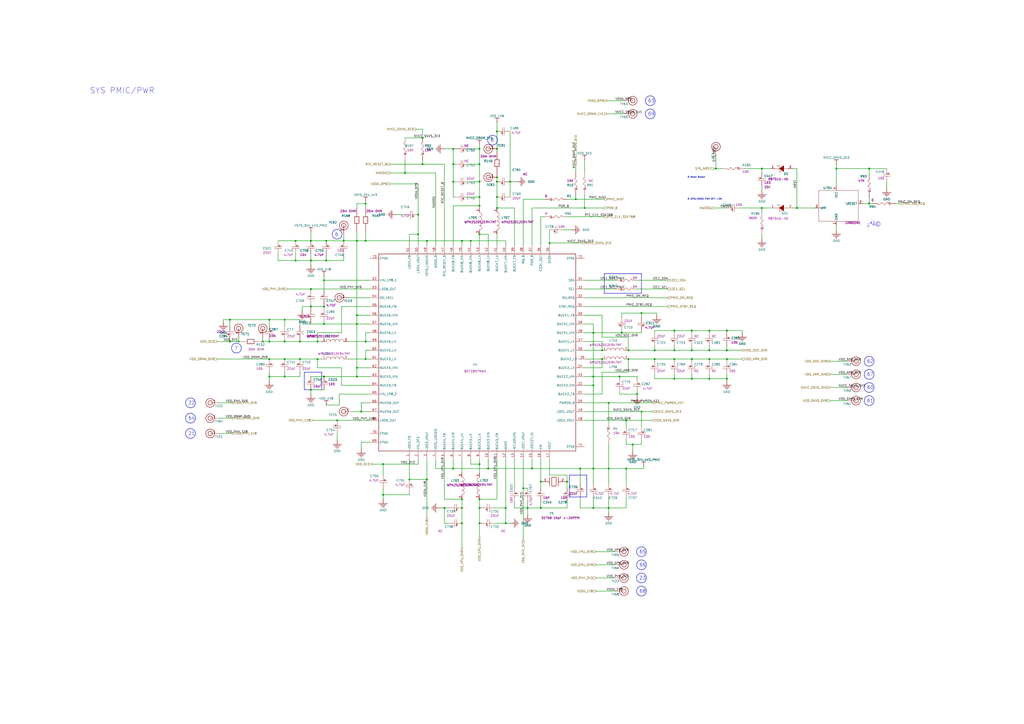
<source format=kicad_sch>
(kicad_sch (version 20241004) (generator "eeschema") (generator_version "8.99")
  (paper "A2")
  (title_block (title "Librem 5 Mainboard") (date "2024-03-21") (rev "v1.0.6") (company "Purism SPC") (comment 1 "GNU GPLv3+") (comment 2 "Copyright"))
  (circle (center 504.19 217.17) (radius 2.845) (stroke (width 0.254)))
  (circle (center 195.58 135.89) (radius 2.845) (stroke (width 0.254)))
  (circle (center 372.11 320.04) (radius 2.845) (stroke (width 0.254)))
  (circle (center 372.11 342.9) (radius 2.845) (stroke (width 0.254)))
  (circle (center 110.49 242.57) (radius 2.845) (stroke (width 0.254)))
  (circle (center 110.49 233.68) (radius 2.845) (stroke (width 0.254)))
  (circle (center 372.11 327.66) (radius 2.845) (stroke (width 0.254)))
  (circle (center 285.75 81.28) (radius 2.845) (stroke (width 0.254)))
  (circle (center 372.11 335.28) (radius 2.845) (stroke (width 0.254)))
  (circle (center 137.16 201.93) (radius 2.845) (stroke (width 0.254)))
  (circle (center 504.19 232.41) (radius 2.845) (stroke (width 0.254)))
  (circle (center 110.49 251.46) (radius 2.845) (stroke (width 0.254)))
  (circle (center 377.19 66.04) (radius 2.845) (stroke (width 0.254)))
  (circle (center 504.19 224.79) (radius 2.845) (stroke (width 0.254)))
  (circle (center 504.19 209.55) (radius 2.845) (stroke (width 0.254)))
  (circle (center 377.19 58.42) (radius 2.845) (stroke (width 0.254)))
  (text "61" (at 502.92 233.68 0) (effects (font (size 1.905 1.905)) (justify left bottom)))
  (text "60" (at 502.92 226.06 0) (effects (font (size 1.905 1.905)) (justify left bottom)))
  (text "SYS PMIC/PWR" (at 52.07 54.61 0) (effects (font (size 3.302 3.302)) (justify left bottom)))
  (text "62" (at 502.92 210.82 0) (effects (font (size 1.905 1.905)) (justify left bottom)))
  (text "6" (at 194.31 137.16 0) (effects (font (size 1.905 1.905)) (justify left bottom)))
  (text "69" (at 375.92 67.31 0) (effects (font (size 1.905 1.905)) (justify left bottom)))
  (text "66" (at 370.84 328.93 0) (effects (font (size 1.905 1.905)) (justify left bottom)))
  (text "21" (at 109.22 252.73 0) (effects (font (size 1.905 1.905)) (justify left bottom)))
  (text "# Reset Button" (at 398.78 103.378 0) (effects (font (size 0.889 0.889)) (justify left bottom)))
  (text "22" (at 109.22 234.95 0) (effects (font (size 1.905 1.905)) (justify left bottom)))
  (text "67" (at 502.92 218.44 0) (effects (font (size 1.905 1.905)) (justify left bottom)))
  (text "7" (at 135.89 203.2 0) (effects (font (size 1.905 1.905)) (justify left bottom)))
  (text "68" (at 370.84 344.17 0) (effects (font (size 1.905 1.905)) (justify left bottom)))
  (text "# GPIO/WDOG PWR OFF->ON" (at 398.78 116.078 0) (effects (font (size 0.889 0.889)) (justify left bottom)))
  (text "65" (at 370.84 321.31 0) (effects (font (size 1.905 1.905)) (justify left bottom)))
  (text "64" (at 109.22 243.84 0) (effects (font (size 1.905 1.905)) (justify left bottom)))
  (text "¿ªÂ©" (at 502.92 131.318 0) (effects (font (size 1.905 1.905)) (justify left bottom)))
  (text "63" (at 375.92 59.69 0) (effects (font (size 1.905 1.905)) (justify left bottom)))
  (text "23" (at 370.84 336.55 0) (effects (font (size 1.905 1.905)) (justify left bottom)))
  (text "8" (at 284.48 82.55 0) (effects (font (size 1.905 1.905)) (justify left bottom)))
  (junction (at 278.13 294.64))
  (junction (at 360.68 193.04))
  (junction (at 212.09 118.11))
  (junction (at 369.57 228.6))
  (junction (at 353.06 271.78))
  (junction (at 212.09 198.12))
  (junction (at 504.19 118.11))
  (junction (at 207.01 213.36))
  (junction (at 353.06 294.64))
  (junction (at 278.13 86.36))
  (junction (at 283.21 271.78))
  (junction (at 247.65 139.7))
  (junction (at 207.01 187.96))
  (junction (at 278.13 135.89))
  (junction (at 278.13 95.25))
  (junction (at 485.14 97.79))
  (junction (at 401.32 219.71))
  (junction (at 318.77 140.97))
  (junction (at 209.55 238.76))
  (junction (at 288.29 102.87))
  (junction (at 207.01 139.7))
  (junction (at 180.34 139.7))
  (junction (at 421.64 191.77))
  (junction (at 441.96 120.65))
  (junction (at 278.13 105.41))
  (junction (at 421.64 219.71))
  (junction (at 344.17 218.44))
  (junction (at 401.32 208.28))
  (junction (at 187.96 218.44))
  (junction (at 245.11 95.25))
  (junction (at 173.99 208.28))
  (junction (at 391.16 203.2))
  (junction (at 504.19 97.79))
  (junction (at 267.97 289.56))
  (junction (at 171.45 139.7))
  (junction (at 344.17 193.04))
  (junction (at 401.32 191.77))
  (junction (at 349.25 203.2))
  (junction (at 411.48 219.71))
  (junction (at 189.23 151.13))
  (junction (at 308.61 271.78))
  (junction (at 234.95 100.33))
  (junction (at 278.13 289.56))
  (junction (at 363.22 271.78))
  (junction (at 152.4 198.12))
  (junction (at 411.48 191.77))
  (junction (at 391.16 219.71))
  (junction (at 344.17 223.52))
  (junction (at 180.34 167.64))
  (junction (at 364.49 203.2))
  (junction (at 165.1 185.42))
  (junction (at 133.35 198.12))
  (junction (at 379.73 208.28))
  (junction (at 295.91 105.41))
  (junction (at 242.57 124.46))
  (junction (at 195.58 243.84))
  (junction (at 288.29 86.36))
  (junction (at 349.25 208.28))
  (junction (at 344.17 271.78))
  (junction (at 313.69 279.4))
  (junction (at 288.29 105.41))
  (junction (at 262.89 86.36))
  (junction (at 273.05 139.7))
  (junction (at 165.1 218.44))
  (junction (at 242.57 135.89))
  (junction (at 278.13 114.3))
  (junction (at 344.17 294.64))
  (junction (at 156.21 218.44))
  (junction (at 189.23 139.7))
  (junction (at 180.34 151.13))
  (junction (at 165.1 198.12))
  (junction (at 288.29 114.3))
  (junction (at 328.93 279.4))
  (junction (at 267.97 294.64))
  (junction (at 207.01 182.88))
  (junction (at 180.34 177.8))
  (junction (at 187.96 162.56))
  (junction (at 421.64 203.2))
  (junction (at 187.96 187.96))
  (junction (at 199.39 139.7))
  (junction (at 411.48 203.2))
  (junction (at 288.29 120.65))
  (junction (at 212.09 208.28))
  (junction (at 133.35 185.42))
  (junction (at 372.11 238.76))
  (junction (at 187.96 177.8))
  (junction (at 138.43 198.12))
  (junction (at 401.32 203.2))
  (junction (at 262.89 95.25))
  (junction (at 237.49 278.13))
  (junction (at 247.65 278.13))
  (junction (at 173.99 198.12))
  (junction (at 222.25 269.24))
  (junction (at 262.89 271.78))
  (junction (at 184.15 198.12))
  (junction (at 303.53 283.21))
  (junction (at 207.01 218.44))
  (junction (at 156.21 185.42))
  (junction (at 171.45 151.13))
  (junction (at 421.64 208.28))
  (junction (at 257.81 294.64))
  (junction (at 306.07 294.64))
  (junction (at 156.21 208.28))
  (junction (at 313.69 294.64))
  (junction (at 391.16 191.77))
  (junction (at 411.48 208.28))
  (junction (at 364.49 208.28))
  (junction (at 372.11 181.61))
  (junction (at 267.97 303.53))
  (junction (at 334.01 115.57))
  (junction (at 222.25 287.02))
  (junction (at 367.03 257.81))
  (junction (at 415.29 97.79))
  (junction (at 180.34 226.06))
  (junction (at 441.96 97.79))
  (junction (at 293.37 294.64))
  (junction (at 359.41 218.44))
  (junction (at 212.09 139.7))
  (junction (at 339.09 120.65))
  (junction (at 278.13 303.53))
  (junction (at 293.37 303.53))
  (junction (at 278.13 119.38))
  (junction (at 278.13 269.24))
  (junction (at 462.28 120.65))
  (junction (at 262.89 105.41))
  (junction (at 267.97 139.7))
  (junction (at 363.22 243.84))
  (junction (at 391.16 208.28))
  (junction (at 353.06 233.68))
  (junction (at 165.1 208.28))
  (junction (at 184.15 208.28))
  (junction (at 156.21 198.12))
  (junction (at 288.29 76.2))
  (junction (at 336.55 271.78))
  (junction (at 379.73 203.2))
  (junction (at 245.11 80.01))
  (wire (pts (xy 353.06 233.68) (xy 353.06 245.11)) (stroke (width 0.254)))
  (wire (pts (xy 500.38 118.11) (xy 504.19 118.11)) (stroke (width 0.254)))
  (wire (pts (xy 359.41 218.44) (xy 359.41 219.71)) (stroke (width 0.254)))
  (wire (pts (xy 318.77 275.59) (xy 328.93 275.59)) (stroke (width 0.254)))
  (wire (pts (xy 180.34 226.06) (xy 187.96 226.06)) (stroke (width 0.254)))
  (wire (pts (xy 214.63 193.04) (xy 212.09 193.04)) (stroke (width 0.254)))
  (wire (pts (xy 401.32 208.28) (xy 411.48 208.28)) (stroke (width 0.254)))
  (wire (pts (xy 372.11 181.61) (xy 381 181.61)) (stroke (width 0.254)))
  (wire (pts (xy 288.29 86.36) (xy 288.29 76.2)) (stroke (width 0.254)))
  (wire (pts (xy 462.28 120.65) (xy 472.44 120.65)) (stroke (width 0.254)))
  (wire (pts (xy 441.96 97.79) (xy 447.04 97.79)) (stroke (width 0.254)))
  (wire (pts (xy 242.57 266.7) (xy 242.57 269.24)) (stroke (width 0.254)))
  (wire (pts (xy 391.16 208.28) (xy 401.32 208.28)) (stroke (width 0.254)))
  (wire (pts (xy 196.85 234.95) (xy 189.23 234.95)) (stroke (width 0.254)))
  (wire (pts (xy 353.06 294.64) (xy 353.06 297.18)) (stroke (width 0.254)))
  (wire (pts (xy 353.06 257.81) (xy 353.06 271.78)) (stroke (width 0.254)))
  (wire (pts (xy 173.99 185.42) (xy 165.1 185.42)) (stroke (width 0.254)))
  (wire (pts (xy 195.58 243.84) (xy 181.61 243.84)) (stroke (width 0.254)))
  (wire (pts (xy 379.73 193.04) (xy 379.73 191.77)) (stroke (width 0.254)))
  (wire (pts (xy 359.41 218.44) (xy 369.57 218.44)) (stroke (width 0.254)))
  (wire (pts (xy 411.48 219.71) (xy 421.64 219.71)) (stroke (width 0.254)))
  (wire (pts (xy 129.54 185.42) (xy 129.54 186.69)) (stroke (width 0.254)))
  (wire (pts (xy 161.29 147.32) (xy 161.29 151.13)) (stroke (width 0.254)))
  (wire (pts (xy 278.13 114.3) (xy 278.13 119.38)) (stroke (width 0.254)))
  (wire (pts (xy 360.68 193.04) (xy 360.68 191.77)) (stroke (width 0.254)))
  (wire (pts (xy 237.49 142.24) (xy 237.49 135.89)) (stroke (width 0.254)))
  (wire (pts (xy 152.4 195.58) (xy 152.4 198.12)) (stroke (width 0.254)))
  (wire (pts (xy 242.57 106.68) (xy 226.06 106.68)) (stroke (width 0.254)))
  (wire (pts (xy 198.12 193.04) (xy 184.15 193.04)) (stroke (width 0.254)))
  (wire (pts (xy 171.45 151.13) (xy 180.34 151.13)) (stroke (width 0.254)))
  (wire (pts (xy 349.25 198.12) (xy 349.25 203.2)) (stroke (width 0.254)))
  (wire (pts (xy 257.81 289.56) (xy 267.97 289.56)) (stroke (width 0.254)))
  (wire (pts (xy 165.1 185.42) (xy 156.21 185.42)) (stroke (width 0.254)))
  (polyline (pts (xy 372.11 158.75) (xy 350.52 158.75)) (stroke (width 0.254) (type solid)))
  (wire (pts (xy 391.16 219.71) (xy 401.32 219.71)) (stroke (width 0.254)))
  (wire (pts (xy 387.35 167.64) (xy 369.57 167.64)) (stroke (width 0.254)))
  (polyline (pts (xy 186.69 215.9) (xy 176.53 215.9)) (stroke (width 0.254) (type solid)))
  (wire (pts (xy 184.15 208.28) (xy 173.99 208.28)) (stroke (width 0.254)))
  (wire (pts (xy 336.55 280.67) (xy 336.55 271.78)) (stroke (width 0.254)))
  (wire (pts (xy 353.06 233.68) (xy 378.46 233.68)) (stroke (width 0.254)))
  (wire (pts (xy 247.65 142.24) (xy 247.65 139.7)) (stroke (width 0.254)))
  (wire (pts (xy 257.81 303.53) (xy 257.81 294.64)) (stroke (width 0.254)))
  (wire (pts (xy 318.77 142.24) (xy 318.77 140.97)) (stroke (width 0.254)))
  (wire (pts (xy 363.22 280.67) (xy 363.22 271.78)) (stroke (width 0.254)))
  (wire (pts (xy 313.69 266.7) (xy 313.69 279.4)) (stroke (width 0.254)))
  (wire (pts (xy 184.15 193.04) (xy 184.15 198.12)) (stroke (width 0.254)))
  (wire (pts (xy 187.96 162.56) (xy 187.96 160.02)) (stroke (width 0.254)))
  (wire (pts (xy 504.19 114.3) (xy 504.19 118.11)) (stroke (width 0.254)))
  (wire (pts (xy 264.16 86.36) (xy 262.89 86.36)) (stroke (width 0.254)))
  (wire (pts (xy 212.09 198.12) (xy 214.63 198.12)) (stroke (width 0.254)))
  (wire (pts (xy 288.29 105.41) (xy 288.29 102.87)) (stroke (width 0.254)))
  (wire (pts (xy 288.29 87.63) (xy 288.29 86.36)) (stroke (width 0.254)))
  (wire (pts (xy 195.58 251.46) (xy 195.58 255.27)) (stroke (width 0.254)))
  (wire (pts (xy 313.69 294.64) (xy 306.07 294.64)) (stroke (width 0.254)))
  (wire (pts (xy 339.09 238.76) (xy 372.11 238.76)) (stroke (width 0.254)))
  (wire (pts (xy 391.16 200.66) (xy 391.16 203.2)) (stroke (width 0.254)))
  (wire (pts (xy 298.45 294.64) (xy 306.07 294.64)) (stroke (width 0.254)))
  (wire (pts (xy 222.25 275.59) (xy 222.25 269.24)) (stroke (width 0.254)))
  (wire (pts (xy 298.45 290.83) (xy 298.45 294.64)) (stroke (width 0.254)))
  (wire (pts (xy 214.63 182.88) (xy 207.01 182.88)) (stroke (width 0.254)))
  (wire (pts (xy 222.25 287.02) (xy 222.25 289.56)) (stroke (width 0.254)))
  (wire (pts (xy 421.64 203.2) (xy 430.53 203.2)) (stroke (width 0.254)))
  (wire (pts (xy 125.73 198.12) (xy 133.35 198.12)) (stroke (width 0.254)))
  (wire (pts (xy 156.21 218.44) (xy 156.21 215.9)) (stroke (width 0.254)))
  (wire (pts (xy 283.21 135.89) (xy 283.21 142.24)) (stroke (width 0.254)))
  (wire (pts (xy 421.64 208.28) (xy 421.64 209.55)) (stroke (width 0.254)))
  (wire (pts (xy 278.13 289.56) (xy 278.13 294.64)) (stroke (width 0.254)))
  (wire (pts (xy 421.64 219.71) (xy 421.64 220.98)) (stroke (width 0.254)))
  (wire (pts (xy 339.09 182.88) (xy 349.25 182.88)) (stroke (width 0.254)))
  (wire (pts (xy 156.21 198.12) (xy 152.4 198.12)) (stroke (width 0.254)))
  (wire (pts (xy 293.37 139.7) (xy 273.05 139.7)) (stroke (width 0.254)))
  (wire (pts (xy 387.35 162.56) (xy 369.57 162.56)) (stroke (width 0.254)))
  (wire (pts (xy 372.11 181.61) (xy 372.11 184.15)) (stroke (width 0.254)))
  (wire (pts (xy 303.53 266.7) (xy 303.53 283.21)) (stroke (width 0.254)))
  (wire (pts (xy 344.17 193.04) (xy 344.17 187.96)) (stroke (width 0.254)))
  (wire (pts (xy 262.89 95.25) (xy 262.89 86.36)) (stroke (width 0.254)))
  (wire (pts (xy 214.63 162.56) (xy 187.96 162.56)) (stroke (width 0.254)))
  (wire (pts (xy 214.63 177.8) (xy 198.12 177.8)) (stroke (width 0.254)))
  (wire (pts (xy 209.55 233.68) (xy 214.63 233.68)) (stroke (width 0.254)))
  (wire (pts (xy 359.41 227.33) (xy 359.41 228.6)) (stroke (width 0.254)))
  (wire (pts (xy 273.05 269.24) (xy 278.13 269.24)) (stroke (width 0.254)))
  (wire (pts (xy 328.93 125.73) (xy 350.52 125.73)) (stroke (width 0.254)))
  (wire (pts (xy 247.65 139.7) (xy 267.97 139.7)) (stroke (width 0.254)))
  (wire (pts (xy 379.73 219.71) (xy 391.16 219.71)) (stroke (width 0.254)))
  (wire (pts (xy 372.11 191.77) (xy 372.11 193.04)) (stroke (width 0.254)))
  (wire (pts (xy 328.93 290.83) (xy 328.93 294.64)) (stroke (width 0.254)))
  (wire (pts (xy 353.06 271.78) (xy 363.22 271.78)) (stroke (width 0.254)))
  (wire (pts (xy 308.61 266.7) (xy 308.61 271.78)) (stroke (width 0.254)))
  (wire (pts (xy 391.16 193.04) (xy 391.16 191.77)) (stroke (width 0.254)))
  (wire (pts (xy 379.73 208.28) (xy 391.16 208.28)) (stroke (width 0.254)))
  (wire (pts (xy 262.89 105.41) (xy 262.89 95.25)) (stroke (width 0.254)))
  (wire (pts (xy 267.97 303.53) (xy 267.97 317.5)) (stroke (width 0.254)))
  (wire (pts (xy 519.43 118.11) (xy 521.97 118.11)) (stroke (width 0.254)))
  (wire (pts (xy 245.11 95.25) (xy 226.06 95.25)) (stroke (width 0.254)))
  (wire (pts (xy 222.25 287.02) (xy 222.25 283.21)) (stroke (width 0.254)))
  (wire (pts (xy 234.95 92.71) (xy 234.95 100.33)) (stroke (width 0.254)))
  (wire (pts (xy 257.81 95.25) (xy 245.11 95.25)) (stroke (width 0.254)))
  (wire (pts (xy 207.01 134.62) (xy 207.01 139.7)) (stroke (width 0.254)))
  (wire (pts (xy 264.16 95.25) (xy 262.89 95.25)) (stroke (width 0.254)))
  (wire (pts (xy 334.01 113.03) (xy 334.01 115.57)) (stroke (width 0.254)))
  (wire (pts (xy 421.64 191.77) (xy 430.53 191.77)) (stroke (width 0.254)))
  (wire (pts (xy 364.49 215.9) (xy 349.25 215.9)) (stroke (width 0.254)))
  (wire (pts (xy 264.16 114.3) (xy 262.89 114.3)) (stroke (width 0.254)))
  (wire (pts (xy 125.73 208.28) (xy 156.21 208.28)) (stroke (width 0.254)))
  (wire (pts (xy 173.99 198.12) (xy 165.1 198.12)) (stroke (width 0.254)))
  (polyline (pts (xy 340.36 275.59) (xy 330.2 275.59)) (stroke (width 0.254) (type solid)))
  (wire (pts (xy 504.19 101.6) (xy 504.19 97.79)) (stroke (width 0.254)))
  (wire (pts (xy 267.97 139.7) (xy 273.05 139.7)) (stroke (width 0.254)))
  (wire (pts (xy 364.49 203.2) (xy 379.73 203.2)) (stroke (width 0.254)))
  (polyline (pts (xy 186.69 226.06) (xy 186.69 215.9)) (stroke (width 0.254) (type solid)))
  (wire (pts (xy 247.65 278.13) (xy 237.49 278.13)) (stroke (width 0.254)))
  (wire (pts (xy 419.1 97.79) (xy 415.29 97.79)) (stroke (width 0.254)))
  (wire (pts (xy 187.96 187.96) (xy 207.01 187.96)) (stroke (width 0.254)))
  (wire (pts (xy 212.09 134.62) (xy 212.09 139.7)) (stroke (width 0.254)))
  (wire (pts (xy 363.22 271.78) (xy 373.38 271.78)) (stroke (width 0.254)))
  (wire (pts (xy 283.21 271.78) (xy 308.61 271.78)) (stroke (width 0.254)))
  (wire (pts (xy 180.34 177.8) (xy 175.26 177.8)) (stroke (width 0.254)))
  (wire (pts (xy 247.65 266.7) (xy 247.65 278.13)) (stroke (width 0.254)))
  (wire (pts (xy 278.13 274.32) (xy 278.13 269.24)) (stroke (width 0.254)))
  (wire (pts (xy 485.14 97.79) (xy 485.14 95.25)) (stroke (width 0.254)))
  (wire (pts (xy 214.63 167.64) (xy 180.34 167.64)) (stroke (width 0.254)))
  (wire (pts (xy 212.09 118.11) (xy 212.09 116.84)) (stroke (width 0.254)))
  (wire (pts (xy 491.49 232.41) (xy 481.33 232.41)) (stroke (width 0.254)))
  (wire (pts (xy 344.17 218.44) (xy 339.09 218.44)) (stroke (width 0.254)))
  (wire (pts (xy 313.69 125.73) (xy 316.23 125.73)) (stroke (width 0.254)))
  (polyline (pts (xy 350.52 158.75) (xy 350.52 170.18)) (stroke (width 0.254) (type solid)))
  (wire (pts (xy 344.17 294.64) (xy 336.55 294.64)) (stroke (width 0.254)))
  (wire (pts (xy 288.29 71.12) (xy 288.29 76.2)) (stroke (width 0.254)))
  (wire (pts (xy 344.17 193.04) (xy 339.09 193.04)) (stroke (width 0.254)))
  (wire (pts (xy 267.97 142.24) (xy 267.97 139.7)) (stroke (width 0.254)))
  (wire (pts (xy 278.13 105.41) (xy 278.13 95.25)) (stroke (width 0.254)))
  (wire (pts (xy 278.13 142.24) (xy 278.13 135.89)) (stroke (width 0.254)))
  (wire (pts (xy 180.34 139.7) (xy 180.34 134.62)) (stroke (width 0.254)))
  (wire (pts (xy 184.15 213.36) (xy 198.12 213.36)) (stroke (width 0.254)))
  (wire (pts (xy 367.03 257.81) (xy 367.03 261.62)) (stroke (width 0.254)))
  (wire (pts (xy 262.89 271.78) (xy 283.21 271.78)) (stroke (width 0.254)))
  (wire (pts (xy 165.1 189.23) (xy 165.1 185.42)) (stroke (width 0.254)))
  (wire (pts (xy 441.96 97.79) (xy 431.8 97.79)) (stroke (width 0.254)))
  (wire (pts (xy 209.55 260.35) (xy 209.55 256.54)) (stroke (width 0.254)))
  (wire (pts (xy 156.21 218.44) (xy 156.21 220.98)) (stroke (width 0.254)))
  (wire (pts (xy 264.16 105.41) (xy 262.89 105.41)) (stroke (width 0.254)))
  (wire (pts (xy 279.4 303.53) (xy 278.13 303.53)) (stroke (width 0.254)))
  (wire (pts (xy 198.12 213.36) (xy 198.12 223.52)) (stroke (width 0.254)))
  (wire (pts (xy 401.32 209.55) (xy 401.32 208.28)) (stroke (width 0.254)))
  (wire (pts (xy 189.23 147.32) (xy 189.23 151.13)) (stroke (width 0.254)))
  (wire (pts (xy 328.93 294.64) (xy 313.69 294.64)) (stroke (width 0.254)))
  (wire (pts (xy 349.25 213.36) (xy 349.25 208.28)) (stroke (width 0.254)))
  (wire (pts (xy 262.89 86.36) (xy 257.81 86.36)) (stroke (width 0.254)))
  (wire (pts (xy 344.17 280.67) (xy 344.17 271.78)) (stroke (width 0.254)))
  (wire (pts (xy 313.69 290.83) (xy 313.69 294.64)) (stroke (width 0.254)))
  (wire (pts (xy 278.13 135.89) (xy 283.21 135.89)) (stroke (width 0.254)))
  (wire (pts (xy 339.09 213.36) (xy 349.25 213.36)) (stroke (width 0.254)))
  (wire (pts (xy 313.69 142.24) (xy 313.69 125.73)) (stroke (width 0.254)))
  (wire (pts (xy 180.34 218.44) (xy 187.96 218.44)) (stroke (width 0.254)))
  (wire (pts (xy 180.34 179.07) (xy 180.34 177.8)) (stroke (width 0.254)))
  (wire (pts (xy 283.21 266.7) (xy 283.21 271.78)) (stroke (width 0.254)))
  (wire (pts (xy 198.12 177.8) (xy 198.12 193.04)) (stroke (width 0.254)))
  (wire (pts (xy 391.16 217.17) (xy 391.16 219.71)) (stroke (width 0.254)))
  (wire (pts (xy 252.73 100.33) (xy 234.95 100.33)) (stroke (width 0.254)))
  (wire (pts (xy 180.34 167.64) (xy 166.37 167.64)) (stroke (width 0.254)))
  (wire (pts (xy 339.09 203.2) (xy 349.25 203.2)) (stroke (width 0.254)))
  (wire (pts (xy 359.41 228.6) (xy 369.57 228.6)) (stroke (width 0.254)))
  (wire (pts (xy 207.01 187.96) (xy 207.01 213.36)) (stroke (width 0.254)))
  (wire (pts (xy 441.96 100.33) (xy 441.96 97.79)) (stroke (width 0.254)))
  (wire (pts (xy 161.29 139.7) (xy 171.45 139.7)) (stroke (width 0.254)))
  (wire (pts (xy 356.87 335.28) (xy 345.44 335.28)) (stroke (width 0.254)))
  (wire (pts (xy 295.91 105.41) (xy 299.72 105.41)) (stroke (width 0.254)))
  (wire (pts (xy 293.37 303.53) (xy 295.91 303.53)) (stroke (width 0.254)))
  (wire (pts (xy 260.35 303.53) (xy 257.81 303.53)) (stroke (width 0.254)))
  (wire (pts (xy 212.09 193.04) (xy 212.09 198.12)) (stroke (width 0.254)))
  (wire (pts (xy 214.63 203.2) (xy 212.09 203.2)) (stroke (width 0.254)))
  (wire (pts (xy 491.49 224.79) (xy 481.33 224.79)) (stroke (width 0.254)))
  (wire (pts (xy 257.81 142.24) (xy 257.81 95.25)) (stroke (width 0.254)))
  (wire (pts (xy 252.73 142.24) (xy 252.73 100.33)) (stroke (width 0.254)))
  (polyline (pts (xy 340.36 288.29) (xy 340.36 275.59)) (stroke (width 0.254) (type solid)))
  (wire (pts (xy 421.64 193.04) (xy 421.64 191.77)) (stroke (width 0.254)))
  (wire (pts (xy 187.96 176.53) (xy 187.96 177.8)) (stroke (width 0.254)))
  (wire (pts (xy 180.34 151.13) (xy 180.34 153.67)) (stroke (width 0.254)))
  (wire (pts (xy 173.99 189.23) (xy 173.99 185.42)) (stroke (width 0.254)))
  (wire (pts (xy 363.22 288.29) (xy 363.22 294.64)) (stroke (width 0.254)))
  (wire (pts (xy 180.34 151.13) (xy 189.23 151.13)) (stroke (width 0.254)))
  (wire (pts (xy 156.21 208.28) (xy 165.1 208.28)) (stroke (width 0.254)))
  (wire (pts (xy 180.34 187.96) (xy 180.34 186.69)) (stroke (width 0.254)))
  (wire (pts (xy 252.73 271.78) (xy 262.89 271.78)) (stroke (width 0.254)))
  (wire (pts (xy 173.99 196.85) (xy 173.99 198.12)) (stroke (width 0.254)))
  (wire (pts (xy 171.45 147.32) (xy 171.45 151.13)) (stroke (width 0.254)))
  (wire (pts (xy 207.01 118.11) (xy 207.01 120.65)) (stroke (width 0.254)))
  (wire (pts (xy 379.73 203.2) (xy 391.16 203.2)) (stroke (width 0.254)))
  (wire (pts (xy 278.13 86.36) (xy 278.13 83.82)) (stroke (width 0.254)))
  (wire (pts (xy 187.96 186.69) (xy 187.96 187.96)) (stroke (width 0.254)))
  (wire (pts (xy 267.97 289.56) (xy 267.97 294.64)) (stroke (width 0.254)))
  (wire (pts (xy 133.35 198.12) (xy 133.35 196.85)) (stroke (width 0.254)))
  (wire (pts (xy 293.37 142.24) (xy 293.37 139.7)) (stroke (width 0.254)))
  (wire (pts (xy 344.17 223.52) (xy 339.09 223.52)) (stroke (width 0.254)))
  (wire (pts (xy 339.09 113.03) (xy 339.09 120.65)) (stroke (width 0.254)))
  (polyline (pts (xy 330.2 288.29) (xy 340.36 288.29)) (stroke (width 0.254) (type solid)))
  (wire (pts (xy 430.53 191.77) (xy 430.53 193.04)) (stroke (width 0.254)))
  (wire (pts (xy 363.22 257.81) (xy 367.03 257.81)) (stroke (width 0.254)))
  (wire (pts (xy 298.45 142.24) (xy 298.45 120.65)) (stroke (width 0.254)))
  (wire (pts (xy 184.15 198.12) (xy 173.99 198.12)) (stroke (width 0.254)))
  (wire (pts (xy 257.81 294.64) (xy 255.27 294.64)) (stroke (width 0.254)))
  (wire (pts (xy 212.09 139.7) (xy 207.01 139.7)) (stroke (width 0.254)))
  (wire (pts (xy 199.39 139.7) (xy 189.23 139.7)) (stroke (width 0.254)))
  (wire (pts (xy 349.25 228.6) (xy 339.09 228.6)) (stroke (width 0.254)))
  (wire (pts (xy 369.57 228.6) (xy 369.57 227.33)) (stroke (width 0.254)))
  (wire (pts (xy 127 251.46) (xy 134.62 251.46)) (stroke (width 0.254)))
  (wire (pts (xy 173.99 218.44) (xy 165.1 218.44)) (stroke (width 0.254)))
  (wire (pts (xy 344.17 294.64) (xy 353.06 294.64)) (stroke (width 0.254)))
  (wire (pts (xy 133.35 189.23) (xy 133.35 185.42)) (stroke (width 0.254)))
  (wire (pts (xy 514.35 109.22) (xy 514.35 105.41)) (stroke (width 0.254)))
  (wire (pts (xy 339.09 120.65) (xy 350.52 120.65)) (stroke (width 0.254)))
  (wire (pts (xy 212.09 120.65) (xy 212.09 118.11)) (stroke (width 0.254)))
  (wire (pts (xy 344.17 218.44) (xy 344.17 193.04)) (stroke (width 0.254)))
  (wire (pts (xy 391.16 209.55) (xy 391.16 208.28)) (stroke (width 0.254)))
  (wire (pts (xy 262.89 114.3) (xy 262.89 105.41)) (stroke (width 0.254)))
  (wire (pts (xy 344.17 218.44) (xy 359.41 218.44)) (stroke (width 0.254)))
  (wire (pts (xy 328.93 279.4) (xy 328.93 283.21)) (stroke (width 0.254)))
  (wire (pts (xy 401.32 219.71) (xy 411.48 219.71)) (stroke (width 0.254)))
  (wire (pts (xy 391.16 191.77) (xy 401.32 191.77)) (stroke (width 0.254)))
  (wire (pts (xy 278.13 119.38) (xy 278.13 120.65)) (stroke (width 0.254)))
  (wire (pts (xy 415.29 90.17) (xy 415.29 97.79)) (stroke (width 0.254)))
  (wire (pts (xy 273.05 139.7) (xy 273.05 142.24)) (stroke (width 0.254)))
  (wire (pts (xy 278.13 114.3) (xy 278.13 105.41)) (stroke (width 0.254)))
  (wire (pts (xy 379.73 200.66) (xy 379.73 203.2)) (stroke (width 0.254)))
  (wire (pts (xy 278.13 294.64) (xy 278.13 303.53)) (stroke (width 0.254)))
  (wire (pts (xy 278.13 294.64) (xy 279.4 294.64)) (stroke (width 0.254)))
  (wire (pts (xy 411.48 203.2) (xy 421.64 203.2)) (stroke (width 0.254)))
  (wire (pts (xy 161.29 151.13) (xy 171.45 151.13)) (stroke (width 0.254)))
  (wire (pts (xy 421.64 200.66) (xy 421.64 203.2)) (stroke (width 0.254)))
  (wire (pts (xy 429.26 120.65) (xy 441.96 120.65)) (stroke (width 0.254)))
  (wire (pts (xy 186.69 198.12) (xy 184.15 198.12)) (stroke (width 0.254)))
  (wire (pts (xy 271.78 114.3) (xy 278.13 114.3)) (stroke (width 0.254)))
  (wire (pts (xy 222.25 287.02) (xy 237.49 287.02)) (stroke (width 0.254)))
  (wire (pts (xy 421.64 217.17) (xy 421.64 219.71)) (stroke (width 0.254)))
  (wire (pts (xy 257.81 266.7) (xy 257.81 289.56)) (stroke (width 0.254)))
  (wire (pts (xy 278.13 303.53) (xy 278.13 311.15)) (stroke (width 0.254)))
  (wire (pts (xy 288.29 101.6) (xy 288.29 102.87)) (stroke (width 0.254)))
  (wire (pts (xy 212.09 118.11) (xy 207.01 118.11)) (stroke (width 0.254)))
  (wire (pts (xy 207.01 139.7) (xy 199.39 139.7)) (stroke (width 0.254)))
  (wire (pts (xy 184.15 208.28) (xy 184.15 213.36)) (stroke (width 0.254)))
  (wire (pts (xy 485.14 133.35) (xy 485.14 130.81)) (stroke (width 0.254)))
  (wire (pts (xy 212.09 203.2) (xy 212.09 208.28)) (stroke (width 0.254)))
  (wire (pts (xy 207.01 218.44) (xy 214.63 218.44)) (stroke (width 0.254)))
  (wire (pts (xy 133.35 185.42) (xy 129.54 185.42)) (stroke (width 0.254)))
  (wire (pts (xy 344.17 271.78) (xy 344.17 223.52)) (stroke (width 0.254)))
  (polyline (pts (xy 176.53 215.9) (xy 176.53 226.06)) (stroke (width 0.254) (type solid)))
  (wire (pts (xy 156.21 196.85) (xy 156.21 198.12)) (stroke (width 0.254)))
  (wire (pts (xy 165.1 198.12) (xy 156.21 198.12)) (stroke (width 0.254)))
  (wire (pts (xy 242.57 269.24) (xy 222.25 269.24)) (stroke (width 0.254)))
  (wire (pts (xy 369.57 228.6) (xy 369.57 229.87)) (stroke (width 0.254)))
  (wire (pts (xy 214.63 172.72) (xy 201.93 172.72)) (stroke (width 0.254)))
  (wire (pts (xy 411.48 191.77) (xy 421.64 191.77)) (stroke (width 0.254)))
  (wire (pts (xy 364.49 208.28) (xy 364.49 215.9)) (stroke (width 0.254)))
  (wire (pts (xy 201.93 208.28) (xy 212.09 208.28)) (stroke (width 0.254)))
  (wire (pts (xy 173.99 215.9) (xy 173.99 218.44)) (stroke (width 0.254)))
  (wire (pts (xy 271.78 105.41) (xy 278.13 105.41)) (stroke (width 0.254)))
  (wire (pts (xy 198.12 223.52) (xy 214.63 223.52)) (stroke (width 0.254)))
  (wire (pts (xy 127 233.68) (xy 134.62 233.68)) (stroke (width 0.254)))
  (wire (pts (xy 180.34 168.91) (xy 180.34 167.64)) (stroke (width 0.254)))
  (wire (pts (xy 288.29 135.89) (xy 288.29 142.24)) (stroke (width 0.254)))
  (wire (pts (xy 127 242.57) (xy 134.62 242.57)) (stroke (width 0.254)))
  (wire (pts (xy 293.37 266.7) (xy 293.37 294.64)) (stroke (width 0.254)))
  (wire (pts (xy 401.32 191.77) (xy 411.48 191.77)) (stroke (width 0.254)))
  (wire (pts (xy 367.03 257.81) (xy 372.11 257.81)) (stroke (width 0.254)))
  (wire (pts (xy 364.49 208.28) (xy 379.73 208.28)) (stroke (width 0.254)))
  (wire (pts (xy 339.09 198.12) (xy 349.25 198.12)) (stroke (width 0.254)))
  (wire (pts (xy 306.07 294.64) (xy 306.07 290.83)) (stroke (width 0.254)))
  (wire (pts (xy 491.49 217.17) (xy 481.33 217.17)) (stroke (width 0.254)))
  (wire (pts (xy 287.02 294.64) (xy 293.37 294.64)) (stroke (width 0.254)))
  (wire (pts (xy 391.16 203.2) (xy 401.32 203.2)) (stroke (width 0.254)))
  (wire (pts (xy 207.01 213.36) (xy 207.01 218.44)) (stroke (width 0.254)))
  (wire (pts (xy 401.32 203.2) (xy 411.48 203.2)) (stroke (width 0.254)))
  (wire (pts (xy 187.96 168.91) (xy 187.96 162.56)) (stroke (width 0.254)))
  (wire (pts (xy 298.45 120.65) (xy 288.29 120.65)) (stroke (width 0.254)))
  (wire (pts (xy 326.39 133.35) (xy 331.47 133.35)) (stroke (width 0.254)))
  (wire (pts (xy 336.55 294.64) (xy 336.55 288.29)) (stroke (width 0.254)))
  (wire (pts (xy 344.17 271.78) (xy 353.06 271.78)) (stroke (width 0.254)))
  (wire (pts (xy 339.09 243.84) (xy 363.22 243.84)) (stroke (width 0.254)))
  (wire (pts (xy 318.77 140.97) (xy 318.77 133.35)) (stroke (width 0.254)))
  (wire (pts (xy 171.45 139.7) (xy 180.34 139.7)) (stroke (width 0.254)))
  (wire (pts (xy 247.65 278.13) (xy 247.65 299.72)) (stroke (width 0.254)))
  (wire (pts (xy 199.39 135.89) (xy 199.39 139.7)) (stroke (width 0.254)))
  (wire (pts (xy 175.26 177.8) (xy 175.26 180.34)) (stroke (width 0.254)))
  (wire (pts (xy 441.96 120.65) (xy 441.96 123.19)) (stroke (width 0.254)))
  (wire (pts (xy 411.48 208.28) (xy 421.64 208.28)) (stroke (width 0.254)))
  (wire (pts (xy 485.14 97.79) (xy 485.14 107.95)) (stroke (width 0.254)))
  (wire (pts (xy 271.78 86.36) (xy 278.13 86.36)) (stroke (width 0.254)))
  (wire (pts (xy 295.91 76.2) (xy 295.91 105.41)) (stroke (width 0.254)))
  (wire (pts (xy 514.35 97.79) (xy 504.19 97.79)) (stroke (width 0.254)))
  (wire (pts (xy 180.34 147.32) (xy 180.34 151.13)) (stroke (width 0.254)))
  (wire (pts (xy 379.73 217.17) (xy 379.73 219.71)) (stroke (width 0.254)))
  (wire (pts (xy 401.32 217.17) (xy 401.32 219.71)) (stroke (width 0.254)))
  (wire (pts (xy 349.25 215.9) (xy 349.25 228.6)) (stroke (width 0.254)))
  (wire (pts (xy 336.55 271.78) (xy 344.17 271.78)) (stroke (width 0.254)))
  (wire (pts (xy 260.35 294.64) (xy 257.81 294.64)) (stroke (width 0.254)))
  (wire (pts (xy 209.55 238.76) (xy 209.55 233.68)) (stroke (width 0.254)))
  (wire (pts (xy 262.89 119.38) (xy 262.89 142.24)) (stroke (width 0.254)))
  (wire (pts (xy 242.57 135.89) (xy 242.57 142.24)) (stroke (width 0.254)))
  (wire (pts (xy 267.97 294.64) (xy 267.97 303.53)) (stroke (width 0.254)))
  (wire (pts (xy 421.64 208.28) (xy 430.53 208.28)) (stroke (width 0.254)))
  (wire (pts (xy 180.34 226.06) (xy 180.34 228.6)) (stroke (width 0.254)))
  (wire (pts (xy 165.1 196.85) (xy 165.1 198.12)) (stroke (width 0.254)))
  (wire (pts (xy 288.29 114.3) (xy 288.29 120.65)) (stroke (width 0.254)))
  (wire (pts (xy 303.53 283.21) (xy 306.07 283.21)) (stroke (width 0.254)))
  (wire (pts (xy 295.91 114.3) (xy 295.91 105.41)) (stroke (width 0.254)))
  (wire (pts (xy 504.19 118.11) (xy 506.73 118.11)) (stroke (width 0.254)))
  (wire (pts (xy 278.13 95.25) (xy 278.13 86.36)) (stroke (width 0.254)))
  (wire (pts (xy 222.25 269.24) (xy 215.9 269.24)) (stroke (width 0.254)))
  (wire (pts (xy 411.48 217.17) (xy 411.48 219.71)) (stroke (width 0.254)))
  (wire (pts (xy 441.96 120.65) (xy 447.04 120.65)) (stroke (width 0.254)))
  (wire (pts (xy 363.22 243.84) (xy 378.46 243.84)) (stroke (width 0.254)))
  (wire (pts (xy 344.17 288.29) (xy 344.17 294.64)) (stroke (width 0.254)))
  (wire (pts (xy 262.89 266.7) (xy 262.89 271.78)) (stroke (width 0.254)))
  (wire (pts (xy 278.13 119.38) (xy 262.89 119.38)) (stroke (width 0.254)))
  (wire (pts (xy 242.57 124.46) (xy 242.57 106.68)) (stroke (width 0.254)))
  (wire (pts (xy 334.01 100.33) (xy 334.01 95.25)) (stroke (width 0.254)))
  (polyline (pts (xy 330.2 275.59) (xy 330.2 288.29)) (stroke (width 0.254) (type solid)))
  (wire (pts (xy 303.53 115.57) (xy 316.23 115.57)) (stroke (width 0.254)))
  (wire (pts (xy 361.95 58.42) (xy 351.79 58.42)) (stroke (width 0.254)))
  (wire (pts (xy 441.96 135.89) (xy 441.96 138.43)) (stroke (width 0.254)))
  (wire (pts (xy 401.32 200.66) (xy 401.32 203.2)) (stroke (width 0.254)))
  (wire (pts (xy 207.01 187.96) (xy 207.01 182.88)) (stroke (width 0.254)))
  (wire (pts (xy 303.53 142.24) (xy 303.53 115.57)) (stroke (width 0.254)))
  (wire (pts (xy 133.35 198.12) (xy 138.43 198.12)) (stroke (width 0.254)))
  (wire (pts (xy 411.48 209.55) (xy 411.48 208.28)) (stroke (width 0.254)))
  (wire (pts (xy 344.17 187.96) (xy 339.09 187.96)) (stroke (width 0.254)))
  (wire (pts (xy 187.96 179.07) (xy 187.96 177.8)) (stroke (width 0.254)))
  (wire (pts (xy 372.11 257.81) (xy 372.11 255.27)) (stroke (width 0.254)))
  (wire (pts (xy 364.49 195.58) (xy 364.49 203.2)) (stroke (width 0.254)))
  (wire (pts (xy 336.55 271.78) (xy 308.61 271.78)) (stroke (width 0.254)))
  (wire (pts (xy 339.09 233.68) (xy 353.06 233.68)) (stroke (width 0.254)))
  (wire (pts (xy 278.13 289.56) (xy 288.29 289.56)) (stroke (width 0.254)))
  (wire (pts (xy 363.22 247.65) (xy 363.22 243.84)) (stroke (width 0.254)))
  (wire (pts (xy 415.29 97.79) (xy 414.02 97.79)) (stroke (width 0.254)))
  (wire (pts (xy 462.28 120.65) (xy 462.28 97.79)) (stroke (width 0.254)))
  (wire (pts (xy 353.06 280.67) (xy 353.06 271.78)) (stroke (width 0.254)))
  (wire (pts (xy 356.87 162.56) (xy 339.09 162.56)) (stroke (width 0.254)))
  (wire (pts (xy 361.95 66.04) (xy 351.79 66.04)) (stroke (width 0.254)))
  (wire (pts (xy 252.73 266.7) (xy 252.73 271.78)) (stroke (width 0.254)))
  (wire (pts (xy 214.63 243.84) (xy 195.58 243.84)) (stroke (width 0.254)))
  (wire (pts (xy 237.49 287.02) (xy 237.49 285.75)) (stroke (width 0.254)))
  (wire (pts (xy 344.17 223.52) (xy 344.17 218.44)) (stroke (width 0.254)))
  (wire (pts (xy 156.21 189.23) (xy 156.21 185.42)) (stroke (width 0.254)))
  (wire (pts (xy 318.77 140.97) (xy 337.82 140.97)) (stroke (width 0.254)))
  (wire (pts (xy 288.29 105.41) (xy 288.29 114.3)) (stroke (width 0.254)))
  (wire (pts (xy 234.95 124.46) (xy 229.87 124.46)) (stroke (width 0.254)))
  (wire (pts (xy 356.87 327.66) (xy 345.44 327.66)) (stroke (width 0.254)))
  (wire (pts (xy 369.57 218.44) (xy 369.57 219.71)) (stroke (width 0.254)))
  (wire (pts (xy 401.32 193.04) (xy 401.32 191.77)) (stroke (width 0.254)))
  (wire (pts (xy 379.73 191.77) (xy 391.16 191.77)) (stroke (width 0.254)))
  (wire (pts (xy 165.1 215.9) (xy 165.1 218.44)) (stroke (width 0.254)))
  (wire (pts (xy 441.96 110.49) (xy 441.96 107.95)) (stroke (width 0.254)))
  (wire (pts (xy 381 181.61) (xy 381 182.88)) (stroke (width 0.254)))
  (wire (pts (xy 189.23 139.7) (xy 180.34 139.7)) (stroke (width 0.254)))
  (wire (pts (xy 204.47 238.76) (xy 209.55 238.76)) (stroke (width 0.254)))
  (wire (pts (xy 318.77 266.7) (xy 318.77 275.59)) (stroke (width 0.254)))
  (wire (pts (xy 372.11 193.04) (xy 360.68 193.04)) (stroke (width 0.254)))
  (wire (pts (xy 504.19 97.79) (xy 485.14 97.79)) (stroke (width 0.254)))
  (wire (pts (xy 245.11 74.93) (xy 241.3 74.93)) (stroke (width 0.254)))
  (wire (pts (xy 328.93 115.57) (xy 334.01 115.57)) (stroke (width 0.254)))
  (wire (pts (xy 353.06 294.64) (xy 353.06 288.29)) (stroke (width 0.254)))
  (wire (pts (xy 214.63 228.6) (xy 196.85 228.6)) (stroke (width 0.254)))
  (wire (pts (xy 180.34 177.8) (xy 180.34 176.53)) (stroke (width 0.254)))
  (wire (pts (xy 313.69 279.4) (xy 313.69 283.21)) (stroke (width 0.254)))
  (wire (pts (xy 187.96 218.44) (xy 207.01 218.44)) (stroke (width 0.254)))
  (wire (pts (xy 339.09 172.72) (xy 387.35 172.72)) (stroke (width 0.254)))
  (wire (pts (xy 242.57 135.89) (xy 242.57 124.46)) (stroke (width 0.254)))
  (wire (pts (xy 207.01 182.88) (xy 207.01 139.7)) (stroke (width 0.254)))
  (wire (pts (xy 212.09 208.28) (xy 214.63 208.28)) (stroke (width 0.254)))
  (wire (pts (xy 411.48 193.04) (xy 411.48 191.77)) (stroke (width 0.254)))
  (wire (pts (xy 199.39 151.13) (xy 199.39 147.32)) (stroke (width 0.254)))
  (wire (pts (xy 363.22 294.64) (xy 353.06 294.64)) (stroke (width 0.254)))
  (wire (pts (xy 344.17 193.04) (xy 360.68 193.04)) (stroke (width 0.254)))
  (wire (pts (xy 189.23 151.13) (xy 199.39 151.13)) (stroke (width 0.254)))
  (wire (pts (xy 173.99 208.28) (xy 165.1 208.28)) (stroke (width 0.254)))
  (wire (pts (xy 339.09 100.33) (xy 339.09 92.71)) (stroke (width 0.254)))
  (wire (pts (xy 267.97 266.7) (xy 267.97 274.32)) (stroke (width 0.254)))
  (wire (pts (xy 328.93 275.59) (xy 328.93 279.4)) (stroke (width 0.254)))
  (wire (pts (xy 245.11 92.71) (xy 245.11 95.25)) (stroke (width 0.254)))
  (wire (pts (xy 298.45 266.7) (xy 298.45 283.21)) (stroke (width 0.254)))
  (wire (pts (xy 363.22 255.27) (xy 363.22 257.81)) (stroke (width 0.254)))
  (wire (pts (xy 237.49 266.7) (xy 237.49 278.13)) (stroke (width 0.254)))
  (wire (pts (xy 372.11 247.65) (xy 372.11 238.76)) (stroke (width 0.254)))
  (wire (pts (xy 334.01 115.57) (xy 350.52 115.57)) (stroke (width 0.254)))
  (wire (pts (xy 288.29 289.56) (xy 288.29 266.7)) (stroke (width 0.254)))
  (wire (pts (xy 373.38 271.78) (xy 373.38 270.51)) (stroke (width 0.254)))
  (wire (pts (xy 196.85 228.6) (xy 196.85 234.95)) (stroke (width 0.254)))
  (polyline (pts (xy 372.11 170.18) (xy 372.11 158.75)) (stroke (width 0.254) (type solid)))
  (wire (pts (xy 186.69 208.28) (xy 184.15 208.28)) (stroke (width 0.254)))
  (wire (pts (xy 411.48 200.66) (xy 411.48 203.2)) (stroke (width 0.254)))
  (wire (pts (xy 372.11 238.76) (xy 378.46 238.76)) (stroke (width 0.254)))
  (wire (pts (xy 245.11 80.01) (xy 245.11 74.93)) (stroke (width 0.254)))
  (wire (pts (xy 462.28 97.79) (xy 459.74 97.79)) (stroke (width 0.254)))
  (wire (pts (xy 491.49 209.55) (xy 481.33 209.55)) (stroke (width 0.254)))
  (wire (pts (xy 287.02 303.53) (xy 293.37 303.53)) (stroke (width 0.254)))
  (wire (pts (xy 459.74 120.65) (xy 462.28 120.65)) (stroke (width 0.254)))
  (wire (pts (xy 360.68 181.61) (xy 372.11 181.61)) (stroke (width 0.254)))
  (wire (pts (xy 138.43 195.58) (xy 138.43 198.12)) (stroke (width 0.254)))
  (wire (pts (xy 187.96 187.96) (xy 180.34 187.96)) (stroke (width 0.254)))
  (wire (pts (xy 339.09 177.8) (xy 387.35 177.8)) (stroke (width 0.254)))
  (wire (pts (xy 356.87 342.9) (xy 345.44 342.9)) (stroke (width 0.254)))
  (wire (pts (xy 308.61 142.24) (xy 308.61 120.65)) (stroke (width 0.254)))
  (wire (pts (xy 187.96 177.8) (xy 180.34 177.8)) (stroke (width 0.254)))
  (wire (pts (xy 271.78 95.25) (xy 278.13 95.25)) (stroke (width 0.254)))
  (wire (pts (xy 360.68 184.15) (xy 360.68 181.61)) (stroke (width 0.254)))
  (wire (pts (xy 349.25 195.58) (xy 364.49 195.58)) (stroke (width 0.254)))
  (wire (pts (xy 237.49 135.89) (xy 242.57 135.89)) (stroke (width 0.254)))
  (wire (pts (xy 278.13 269.24) (xy 278.13 266.7)) (stroke (width 0.254)))
  (wire (pts (xy 234.95 80.01) (xy 245.11 80.01)) (stroke (width 0.254)))
  (wire (pts (xy 379.73 208.28) (xy 379.73 209.55)) (stroke (width 0.254)))
  (wire (pts (xy 273.05 266.7) (xy 273.05 269.24)) (stroke (width 0.254)))
  (wire (pts (xy 201.93 198.12) (xy 212.09 198.12)) (stroke (width 0.254)))
  (wire (pts (xy 303.53 283.21) (xy 303.53 312.42)) (stroke (width 0.254)))
  (wire (pts (xy 308.61 120.65) (xy 339.09 120.65)) (stroke (width 0.254)))
  (polyline (pts (xy 176.53 226.06) (xy 186.69 226.06)) (stroke (width 0.254) (type solid)))
  (wire (pts (xy 214.63 213.36) (xy 207.01 213.36)) (stroke (width 0.254)))
  (wire (pts (xy 421.64 120.65) (xy 414.02 120.65)) (stroke (width 0.254)))
  (wire (pts (xy 214.63 187.96) (xy 207.01 187.96)) (stroke (width 0.254)))
  (wire (pts (xy 356.87 320.04) (xy 345.44 320.04)) (stroke (width 0.254)))
  (wire (pts (xy 293.37 294.64) (xy 293.37 303.53)) (stroke (width 0.254)))
  (wire (pts (xy 234.95 100.33) (xy 226.06 100.33)) (stroke (width 0.254)))
  (polyline (pts (xy 350.52 170.18) (xy 372.11 170.18)) (stroke (width 0.254) (type solid)))
  (wire (pts (xy 306.07 294.64) (xy 306.07 298.45)) (stroke (width 0.254)))
  (wire (pts (xy 156.21 185.42) (xy 133.35 185.42)) (stroke (width 0.254)))
  (wire (pts (xy 214.63 238.76) (xy 209.55 238.76)) (stroke (width 0.254)))
  (wire (pts (xy 349.25 182.88) (xy 349.25 195.58)) (stroke (width 0.254)))
  (wire (pts (xy 209.55 256.54) (xy 214.63 256.54)) (stroke (width 0.254)))
  (wire (pts (xy 356.87 167.64) (xy 339.09 167.64)) (stroke (width 0.254)))
  (wire (pts (xy 165.1 218.44) (xy 156.21 218.44)) (stroke (width 0.254)))
  (wire (pts (xy 212.09 139.7) (xy 247.65 139.7)) (stroke (width 0.254)))
  (wire (pts (xy 340.36 208.28) (xy 349.25 208.28)) (stroke (width 0.254)))
  (label "NVCC_SNVS_3V3" (at 355.6 238.76 0))
  (label "NVCC_SNVS_3V3" (at 328.93 140.97 0))
  (label "VDD_PHY_0V9" (at 130.81 233.68 0))
  (label "VDD_DRAM_0V9" (at 140.97 208.28 0))
  (label "PMIC_PWRON_KEY" (at 365.76 233.68 0))
  (label "NRST" (at 462.28 109.22 90))
  (label "VDD_SNVS_0V9" (at 486.41 232.41 0))
  (label "VDD_3V3" (at 129.54 198.12 0))
  (label "PMIC_ON_REQ" (at 363.22 172.72 0))
  (label "VDD_PHY_1V8" (at 130.81 251.46 0))
  (label "VDD_PHY_0V9" (at 196.85 167.64 0))
  (label "VDD_SOC_0V9" (at 356.87 195.58 0))
  (label "VDD_PHY_3V3" (at 351.79 335.28 0))
  (label "RTC_CLK_32K768" (at 339.09 125.73 0))
  (label "NVCC_SNVS_3V3" (at 486.41 224.79 0))
  (label "VDD_DRAM_0V9" (at 130.81 242.57 0))
  (label "NWDOG" (at 417.83 120.65 0))
  (label "VDD_VPU_0V9" (at 351.79 320.04 0))
  (label "VDD_GPU_0V9" (at 288.29 278.13 90))
  (label "I2C1_SDA_PMIC" (at 347.98 162.56 0))
  (label "PMIC_NINT" (at 341.63 115.57 0))
  (label "VDD_VPU_0V9" (at 257.81 278.13 90))
  (label "NWDOG" (at 252.73 120.65 90))
  (label "POR_B" (at 323.85 120.65 0))
  (label "VDD_ARM_0V9" (at 356.87 215.9 0))
  (label "VDDA_1V8" (at 351.79 342.9 0))
  (label "I2C1_SCL_PMIC" (at 347.98 167.64 0))
  (label "SYS_NRST" (at 415.29 93.98 90))
  (label "VDD_PHY_1V8" (at 204.47 243.84 0))
  (label "VDDA_1V8" (at 247.65 288.29 90))
  (label "VDDA_0P9" (at 356.87 58.42 0))
  (label "NVCC_DRAM_1V1" (at 356.87 66.04 0))
  (label "NVCC_SNVS_3V3" (at 240.03 80.01 0))
  (label "VDD_SNVS_0V9" (at 351.79 243.84 0))
  (label "RTC_RESET_B" (at 257.81 118.11 90))
  (label "I2C1_SDA" (at 378.46 162.56 0))
  (label "I2C1_SCL" (at 378.46 167.64 0))
  (label "PMIC_ON_REQ" (at 520.7 118.11 0))
  (label "VDD_GPU_0V9" (at 351.79 327.66 0))
  (label "NVCC_SNVS_3V3" (at 334.01 97.79 90))
  (label "PMIC_STBY_REQ" (at 363.22 177.8 0))
  (label "VDD_ARM_0V9" (at 486.41 217.17 0))
  (label "VDD_PHY_3V3" (at 303.53 298.45 90))
  (label "VDDA_0P9" (at 242.57 115.57 90))
  (label "VDD_3V3" (at 232.41 269.24 0))
  (label "VDD_SOC_0V9" (at 486.41 209.55 0))
  (hierarchical_label "NVCC_SNVS_3V3" (shape passive) (at 241.3 74.93 180))
  (hierarchical_label "VDD_DRAM_0V9" (shape passive) (at 125.73 208.28 180))
  (hierarchical_label "VDD_ARM_0V9" (shape passive) (at 430.53 208.28 0))
  (hierarchical_label "VDD_GPU_0V9" (shape passive) (at 345.44 327.66 180))
  (hierarchical_label "NVCC_SNVS_3V3" (shape passive) (at 481.33 224.79 180))
  (hierarchical_label "NVCC_SNVS_3V3" (shape input) (at 337.82 140.97 0))
  (hierarchical_label "NVCC_DRAM_1V1" (shape passive) (at 351.79 66.04 180))
  (hierarchical_label "VDD_SOC_0V9" (shape passive) (at 430.53 203.2 0))
  (hierarchical_label "PMIC_ON_REQ" (shape passive) (at 521.97 118.11 0))
  (hierarchical_label "I2C1_SDA" (shape passive) (at 387.35 162.56 0))
  (hierarchical_label "PMIC_ON_REQ" (shape passive) (at 387.35 172.72 0))
  (hierarchical_label "VDD_PHY_3V3" (shape input) (at 303.53 312.42 270))
  (hierarchical_label "POR_B" (shape passive) (at 350.52 120.65 0))
  (hierarchical_label "VDDA_0P9" (shape passive) (at 351.79 58.42 180))
  (hierarchical_label "VDD_SNVS_0V9" (shape passive) (at 378.46 243.84 0))
  (hierarchical_label "PMIC_NINT" (shape passive) (at 350.52 115.57 0))
  (hierarchical_label "VDD_3V3" (shape passive) (at 125.73 198.12 180))
  (hierarchical_label "VDD_SNVS_0V9" (shape passive) (at 481.33 232.41 180))
  (hierarchical_label "PMIC_STBY_REQ" (shape passive) (at 387.35 177.8 0))
  (hierarchical_label "VDD_PHY_3V3" (shape passive) (at 345.44 335.28 180))
  (hierarchical_label "RTC_RESET_B" (shape passive) (at 226.06 95.25 180))
  (hierarchical_label "PMIC_PWRON_KEY" (shape input) (at 378.46 233.68 0))
  (hierarchical_label "VDD_SOC_0V9" (shape passive) (at 481.33 209.55 180))
  (hierarchical_label "NVCC_SNVS_3V3" (shape passive) (at 378.46 238.76 0))
  (hierarchical_label "VDD_VPU_0V9" (shape passive) (at 345.44 320.04 180))
  (hierarchical_label "NWDOG" (shape passive) (at 414.02 120.65 180))
  (hierarchical_label "VDDA_1V8" (shape passive) (at 345.44 342.9 180))
  (hierarchical_label "VDD_3V3" (shape output) (at 215.9 269.24 180))
  (hierarchical_label "VDD_ARM_0V9" (shape passive) (at 481.33 217.17 180))
  (hierarchical_label "NVCC_SNVS_3V3" (shape passive) (at 334.01 95.25 90))
  (hierarchical_label "VDD_PHY_1V8" (shape input) (at 181.61 243.84 180))
  (hierarchical_label "SYS_NRST" (shape passive) (at 414.02 97.79 180))
  (hierarchical_label "VDD_DRAM_0V9" (shape passive) (at 134.62 242.57 0))
  (hierarchical_label "RTC_CLK_32K768" (shape passive) (at 350.52 125.73 0))
  (hierarchical_label "NWDOG" (shape passive) (at 226.06 100.33 180))
  (hierarchical_label "VDDA_1V8" (shape input) (at 247.65 299.72 270))
  (hierarchical_label "I2C1_SCL" (shape passive) (at 387.35 167.64 0))
  (hierarchical_label "VDD_GPU_0V9" (shape bidirectional) (at 278.13 311.15 270))
  (hierarchical_label "VDD_VPU_0V9" (shape bidirectional) (at 267.97 317.5 270))
  (hierarchical_label "VDD_PHY_0V9" (shape passive) (at 134.62 233.68 0))
  (hierarchical_label "VDDA_0P9" (shape passive) (at 226.06 106.68 180))
  (hierarchical_label "VDD_PHY_1V8" (shape passive) (at 134.62 251.46 0))
  (hierarchical_label "VDD_PHY_0V9" (shape passive) (at 166.37 167.64 180))
  (symbol (lib_id "C-10_PMIC:GND") (at 180.34 153.67 0) (unit 1)
    (property "Reference" "#PWR?" (effects (hide yes)))
    (property "Value" "GND" (at 180.34 160.02 0))
  )
  (symbol (lib_id "C-10_PMIC:root_1_mirrored_C0402") (at 237.49 127 0) (unit 1)
    (property "Reference" "C749" (at 232.41 119.38 0) (effects (justify left top)))
    (property "Value" "C0402" (effects (hide yes)))
    (property "Footprint" "CAP-0402" (effects (hide yes)))
    (property "PCB DECAL" "CAP-0402" (effects (hide yes)))
    (property "DESCRIPTION" "CAP CER 4.7uF 6V3 20% X5R 0402" (effects (hide yes)))
    (property "VOLTAGE" "6.3V" (effects (hide yes)))
    (property "VALUE" "4.7UF" (at 232.41 124.46 0) (effects (justify left top)))
    (property "GEOMETRY.HEIGHT" "0.5MM" (effects (hide yes)))
    (property "PCB FOOTPRINT" "402" (effects (hide yes)))
  )
  (symbol (lib_id "C-10_PMIC:GND") (at 175.26 180.34 0) (unit 1)
    (property "Reference" "#PWR?" (effects (hide yes)))
    (property "Value" "GND" (at 175.26 186.69 0))
  )
  (symbol (lib_id "C-10_PMIC:GND") (at 381 182.88 0) (unit 1)
    (property "Reference" "#PWR?" (effects (hide yes)))
    (property "Value" "GND" (at 381 189.23 0))
  )
  (symbol (lib_id "C-10_PMIC:root_1_mirrored_TEST-POINT") (at 415.29 85.09 0) (unit 1)
    (property "Reference" "TC4" (at 412.75 90.17 90) (effects (justify top)))
    (property "Value" "TEST-POINT" (effects (hide yes)))
    (property "Footprint" "SIP-1PE" (effects (hide yes)))
    (property "PCB DECAL" "SIP-1PE" (effects (hide yes)))
    (property "VALUE" "M3" (effects (hide yes)))
    (property "GEOMETRY.HEIGHT" "0.1MM" (effects (hide yes)))
    (property "DESCRIPTION" "Z" (effects (hide yes)))
  )
  (symbol (lib_id "C-10_PMIC:root_0_C0603") (at 177.8 223.52 0) (unit 1)
    (property "Reference" "C740" (at 181.61 220.98 0) (effects (justify left bottom)))
    (property "Value" "C0603" (effects (hide yes)))
    (property "Footprint" "CAP-0603" (effects (hide yes)))
    (property "PCB DECAL" "CAP-0603" (effects (hide yes)))
    (property "DESCRIPTION" "CAP CER 4.7UF 6.3V 10% X5R 0603" (effects (hide yes)))
    (property "VOLTAGE" "6.3V" (effects (hide yes)))
    (property "VALUE" "10uF" (at 181.61 224.79 0) (effects (justify left bottom)))
    (property "GEOMETRY.HEIGHT" "0.50000mm" (effects (hide yes)))
    (property "AGILE_PN" "150-75487" (effects (hide yes)))
    (property "CAD_APPROVED" "Yes" (effects (hide yes)))
    (property "CLASS" "DISCRETE" (effects (hide yes)))
    (property "FPLIST" "CC0603_OV,CC0603,0603_CC" (effects (hide yes)))
    (property "MFG_NAME01" "VENKEL COMPANY" (effects (hide yes)))
    (property "MFG_PN01" "C0603X5R6R3-475KNP" (effects (hide yes)))
    (property "ROHS" "Yes" (effects (hide yes)))
    (property "SIGNAL_MODEL" "DEFAULT_CAPACITOR_4.7e+06pF_2_1" (effects (hide yes)))
    (property "TOLERANCE" "10%" (effects (hide yes)))
    (property "WVDC" "4V" (effects (hide yes)))
  )
  (symbol (lib_id "C-10_PMIC:GND") (at 441.96 138.43 0) (unit 1)
    (property "Reference" "#PWR?" (effects (hide yes)))
    (property "Value" "GND" (at 441.96 144.78 0))
  )
  (symbol (lib_id "C-10_PMIC:VDD_1V8") (at 189.23 234.95 180) (unit 1)
    (property "Reference" "#PWR?" (effects (hide yes)))
    (property "Value" "VDD_1V8" (at 189.23 231.14 0))
  )
  (symbol (lib_id "C-10_PMIC:root_0_TEST-POINT") (at 367.03 66.04 0) (unit 1)
    (property "Reference" "TV69" (at 361.95 68.58 0) (effects (justify bottom)))
    (property "Value" "TEST-POINT" (effects (hide yes)))
    (property "Footprint" "SIP-1PE" (effects (hide yes)))
    (property "PCB DECAL" "SIP-1PE" (effects (hide yes)))
    (property "VALUE" "M3" (effects (hide yes)))
    (property "GEOMETRY.HEIGHT" "0.1MM" (effects (hide yes)))
    (property "DESCRIPTION" "Z" (effects (hide yes)))
  )
  (symbol (lib_id "C-10_PMIC:root_1_C0402") (at 293.37 78.74 0) (unit 1)
    (property "Reference" "C480" (at 300.99 73.66 0) (effects (justify right top)))
    (property "Value" "C0402" (effects (hide yes)))
    (property "Footprint" "CAP-0402" (effects (hide yes)))
    (property "PCB DECAL" "CAP-0402" (effects (hide yes)))
    (property "DESCRIPTION" "CAP CER 4.7uF 6V3 20% X5R 0402" (effects (hide yes)))
    (property "VOLTAGE" "6.3V" (effects (hide yes)))
    (property "VALUE" "4.7UF" (at 302.26 76.2 0) (effects (justify right top)))
    (property "GEOMETRY.HEIGHT" "0.5MM" (effects (hide yes)))
    (property "PCB FOOTPRINT" "402" (effects (hide yes)))
  )
  (symbol (lib_id "C-10_PMIC:root_3_RES_2") (at 509.27 115.57 0) (unit 1)
    (property "Reference" "R94" (at 504.19 120.65 0) (effects (justify left bottom)))
    (property "Value" "RES_2" (effects (hide yes)))
    (property "Footprint" "RES-0201" (effects (hide yes)))
    (property "PCB DECAL" "RES-0201" (effects (hide yes)))
    (property "DESCRIPTION" "Resistor Chip 0201 0R Ohm 1/16W 1% RALEC" (effects (hide yes)))
    (property "VALUE" "0" (at 505.46 116.84 0) (effects (justify left bottom)))
    (property "GEOMETRY.HEIGHT" "0.3MM" (effects (hide yes)))
    (property "PCB FOOTPRINT" "201" (effects (hide yes)))
  )
  (symbol (lib_id "C-10_PMIC:root_1_mirrored_TEST-POINT") (at 199.39 130.81 0) (unit 1)
    (property "Reference" "TC62" (at 193.04 128.27 0) (effects (justify top)))
    (property "Value" "TEST-POINT" (effects (hide yes)))
    (property "Footprint" "SIP-1PE" (effects (hide yes)))
    (property "PCB DECAL" "SIP-1PE" (effects (hide yes)))
    (property "VALUE" "M3" (effects (hide yes)))
    (property "GEOMETRY.HEIGHT" "0.1MM" (effects (hide yes)))
    (property "DESCRIPTION" "Z" (effects (hide yes)))
  )
  (symbol (lib_id "C-10_PMIC:root_2_mirrored_C0603") (at 171.45 191.77 0) (unit 1)
    (property "Reference" "C313" (at 177.8 191.77 0) (effects (justify left top)))
    (property "Value" "C0603" (effects (hide yes)))
    (property "Footprint" "CAP-0603" (effects (hide yes)))
    (property "PCB DECAL" "CAP-0603" (effects (hide yes)))
    (property "DESCRIPTION" "CAP CER 22uF 6V3 20% X5R 0603" (effects (hide yes)))
    (property "VOLTAGE" "6.3V" (effects (hide yes)))
    (property "VALUE" "22UF" (at 177.8 194.31 0) (effects (justify left top)))
    (property "GEOMETRY.HEIGHT" "0.8MM" (effects (hide yes)))
    (property "PCB FOOTPRINT" "603" (effects (hide yes)))
  )
  (symbol (lib_id "C-10_PMIC:root_1_INDUCTOR") (at 361.95 205.74 0) (unit 1)
    (property "Reference" "L710" (at 358.14 196.85 0) (effects (justify right top)))
    (property "Value" "INDUCTOR" (effects (hide yes)))
    (property "Footprint" "IND_SPH2520" (effects (hide yes)))
    (property "DESCRIPTION" "IND PWR 0.47uH@1MHZ 4.7A 20% SMT" (effects (hide yes)))
    (property "PCB DECAL" "IND_SPH2520" (effects (hide yes)))
    (property "VALUE" "WPN252012ER47MT" (at 360.68 199.39 0) (effects (justify right top)))
    (property "GEOMETRY.HEIGHT" "1.2MM" (effects (hide yes)))
    (property "PCB FOOTPRINT" "2.5x2x1.2mm" (effects (hide yes)))
    (property "MFG_NAME" "Sunlord" (effects (hide yes)))
  )
  (symbol (lib_id "C-10_PMIC:root_2_RES_2") (at 506.73 104.14 0) (unit 1)
    (property "Reference" "R93" (at 502.92 101.6 0) (effects (justify right top)))
    (property "Value" "RES_2" (effects (hide yes)))
    (property "Footprint" "RES-0201" (effects (hide yes)))
    (property "PCB DECAL" "RES-0201" (effects (hide yes)))
    (property "DESCRIPTION" "Resistor Chip 0201 47K Ohm 1/16W 1% RALEC" (effects (hide yes)))
    (property "VALUE" "47K" (at 501.65 104.14 0) (effects (justify right top)))
    (property "GEOMETRY.HEIGHT" "0.3MM" (effects (hide yes)))
    (property "PCB FOOTPRINT" "201" (effects (hide yes)))
  )
  (symbol (lib_id "C-10_PMIC:GND") (at 306.07 298.45 0) (unit 1)
    (property "Reference" "#PWR?" (effects (hide yes)))
    (property "Value" "GND" (at 306.07 304.8 0))
  )
  (symbol (lib_id "C-10_PMIC:root_0_C0402") (at 177.8 173.99 0) (unit 1)
    (property "Reference" "C759" (at 171.45 175.26 0) (effects (justify left bottom)))
    (property "Value" "C0402" (effects (hide yes)))
    (property "Footprint" "CAP-0402" (effects (hide yes)))
    (property "PCB DECAL" "CAP-0402" (effects (hide yes)))
    (property "DESCRIPTION" "CAP CER 4.7uF 6V3 20% X5R 0402" (effects (hide yes)))
    (property "VOLTAGE" "6.3V" (effects (hide yes)))
    (property "VALUE" "4.7UF" (at 171.45 171.45 0) (effects (justify left bottom)))
    (property "GEOMETRY.HEIGHT" "0.5MM" (effects (hide yes)))
    (property "PCB FOOTPRINT" "402" (effects (hide yes)))
  )
  (symbol (lib_id "C-10_PMIC:root_0_C0402") (at 303.53 288.29 0) (unit 1)
    (property "Reference" "C757" (at 308.61 285.75 90) (effects (justify left bottom)))
    (property "Value" "C0402" (effects (hide yes)))
    (property "Footprint" "CAP-0402" (effects (hide yes)))
    (property "PCB DECAL" "CAP-0402" (effects (hide yes)))
    (property "DESCRIPTION" "CAP CER 4.7uF 6V3 20% X5R 0402" (effects (hide yes)))
    (property "VOLTAGE" "6.3V" (effects (hide yes)))
    (property "VALUE" "4.7UF" (at 308.61 293.37 90) (effects (justify left bottom)))
    (property "GEOMETRY.HEIGHT" "0.5MM" (effects (hide yes)))
    (property "PCB FOOTPRINT" "402" (effects (hide yes)))
  )
  (symbol (lib_id "C-10_PMIC:root_0_TEST-POINT") (at 361.95 335.28 0) (unit 1)
    (property "Reference" "TV23" (at 356.87 337.82 0) (effects (justify bottom)))
    (property "Value" "TEST-POINT" (effects (hide yes)))
    (property "Footprint" "SIP-1PE" (effects (hide yes)))
    (property "PCB DECAL" "SIP-1PE" (effects (hide yes)))
    (property "VALUE" "M3" (effects (hide yes)))
    (property "GEOMETRY.HEIGHT" "0.1MM" (effects (hide yes)))
    (property "DESCRIPTION" "Z" (effects (hide yes)))
  )
  (symbol (lib_id "C-10_PMIC:root_0_TEST-POINT") (at 496.57 232.41 0) (unit 1)
    (property "Reference" "TV61" (at 491.49 234.95 0) (effects (justify bottom)))
    (property "Value" "TEST-POINT" (effects (hide yes)))
    (property "Footprint" "SIP-1PE" (effects (hide yes)))
    (property "PCB DECAL" "SIP-1PE" (effects (hide yes)))
    (property "VALUE" "M3" (effects (hide yes)))
    (property "GEOMETRY.HEIGHT" "0.1MM" (effects (hide yes)))
    (property "DESCRIPTION" "Z" (effects (hide yes)))
  )
  (symbol (lib_id "C-10_PMIC:root_0_TEST-POINT") (at 367.03 58.42 0) (unit 1)
    (property "Reference" "TV63" (at 361.95 60.96 0) (effects (justify bottom)))
    (property "Value" "TEST-POINT" (effects (hide yes)))
    (property "Footprint" "SIP-1PE" (effects (hide yes)))
    (property "PCB DECAL" "SIP-1PE" (effects (hide yes)))
    (property "VALUE" "M3" (effects (hide yes)))
    (property "GEOMETRY.HEIGHT" "0.1MM" (effects (hide yes)))
    (property "DESCRIPTION" "Z" (effects (hide yes)))
  )
  (symbol (lib_id "C-10_PMIC:root_1_RES_2") (at 326.39 128.27 0) (unit 1)
    (property "Reference" "R90" (at 331.47 123.19 0) (effects (justify right top)))
    (property "Value" "RES_2" (effects (hide yes)))
    (property "Footprint" "RES-0201" (effects (hide yes)))
    (property "PCB DECAL" "RES-0201" (effects (hide yes)))
    (property "DESCRIPTION" "Resistor Chip 0201 0R Ohm 1/16W 1% RALEC" (effects (hide yes)))
    (property "VALUE" "0" (at 317.5 123.19 0) (effects (justify right top)))
    (property "GEOMETRY.HEIGHT" "0.3MM" (effects (hide yes)))
    (property "PCB FOOTPRINT" "201" (effects (hide yes)))
  )
  (symbol (lib_id "C-10_PMIC:root_0_mirrored_C0201") (at 374.65 252.73 0) (unit 1)
    (property "Reference" "C381" (at 378.46 250.19 0) (effects (justify right bottom)))
    (property "Value" "C0201" (effects (hide yes)))
    (property "Footprint" "CAP-0201" (effects (hide yes)))
    (property "VOLTAGE" "6.3V" (effects (hide yes)))
    (property "DESCRIPTION" "CAP CER 1uF 6V3 20% X5R 0201" (effects (hide yes)))
    (property "PCB DECAL" "CAP-0201" (effects (hide yes)))
    (property "VALUE" "105" (at 377.19 254 0) (effects (justify right bottom)))
    (property "GEOMETRY.HEIGHT" "0.3MM" (effects (hide yes)))
    (property "PCB FOOTPRINT" "201" (effects (hide yes)))
  )
  (symbol (lib_id "C-10_PMIC:root_0_C0603") (at 356.87 224.79 0) (unit 1)
    (property "Reference" "C775" (at 360.68 222.25 0) (effects (justify left bottom)))
    (property "Value" "C0603" (effects (hide yes)))
    (property "Footprint" "CAP-0603" (effects (hide yes)))
    (property "PCB DECAL" "CAP-0603" (effects (hide yes)))
    (property "DESCRIPTION" "CAP CER 22uF 6V3 20% X5R 0603" (effects (hide yes)))
    (property "VOLTAGE" "6.3V" (effects (hide yes)))
    (property "VALUE" "22UF" (at 360.68 226.06 0) (effects (justify left bottom)))
    (property "GEOMETRY.HEIGHT" "0.8MM" (effects (hide yes)))
    (property "PCB FOOTPRINT" "603" (effects (hide yes)))
  )
  (symbol (lib_id "C-10_PMIC:root_1_C0603") (at 284.48 306.07 0) (unit 1)
    (property "Reference" "C732" (at 289.56 304.8 0) (effects (justify right top)))
    (property "Value" "C0603" (effects (hide yes)))
    (property "Footprint" "CAP-0603" (effects (hide yes)))
    (property "PCB DECAL" "CAP-0603" (effects (hide yes)))
    (property "DESCRIPTION" "Z CAP CER 22uF 6V3 20% X5R 0603" (effects (hide yes)))
    (property "VALUE" "NC" (at 293.37 307.34 0) (effects (justify right top)))
    (property "GEOMETRY.HEIGHT" "0.8MM" (effects (hide yes)))
    (property "PCB FOOTPRINT" "603" (effects (hide yes)))
  )
  (symbol (lib_id "C-10_PMIC:GND") (at 180.34 228.6 0) (unit 1)
    (property "Reference" "#PWR?" (effects (hide yes)))
    (property "Value" "GND" (at 180.34 234.95 0))
  )
  (symbol (lib_id "C-10_PMIC:root_0_C0603") (at 162.56 213.36 0) (unit 1)
    (property "Reference" "C741" (at 166.37 210.82 0) (effects (justify left bottom)))
    (property "Value" "C0603" (effects (hide yes)))
    (property "Footprint" "CAP-0603" (effects (hide yes)))
    (property "PCB DECAL" "CAP-0603" (effects (hide yes)))
    (property "DESCRIPTION" "CAP CER 22uF 6V3 20% X5R 0603" (effects (hide yes)))
    (property "VOLTAGE" "6.3V" (effects (hide yes)))
    (property "VALUE" "22UF" (at 166.37 214.63 0) (effects (justify left bottom)))
    (property "GEOMETRY.HEIGHT" "0.8MM" (effects (hide yes)))
    (property "PCB FOOTPRINT" "603" (effects (hide yes)))
  )
  (symbol (lib_id "C-10_PMIC:root_0_mirrored_C0402") (at 346.71 285.75 0) (unit 1)
    (property "Reference" "C542" (at 349.25 289.56 0) (effects (justify right bottom)))
    (property "Value" "C0402" (effects (hide yes)))
    (property "Footprint" "CAP-0402" (effects (hide yes)))
    (property "PCB DECAL" "CAP-0402" (effects (hide yes)))
    (property "DESCRIPTION" "CAP CER 4.7uF 6V3 20% X5R 0402" (effects (hide yes)))
    (property "VOLTAGE" "6.3V" (effects (hide yes)))
    (property "VALUE" "4.7UF" (at 350.52 287.02 0) (effects (justify right bottom)))
    (property "GEOMETRY.HEIGHT" "0.5MM" (effects (hide yes)))
    (property "PCB FOOTPRINT" "402" (effects (hide yes)))
  )
  (symbol (lib_id "C-10_PMIC:root_0_mirrored_C0201") (at 516.89 102.87 0) (unit 1)
    (property "Reference" "C446" (at 513.08 100.33 0) (effects (justify right bottom)))
    (property "Value" "C0201" (effects (hide yes)))
    (property "Footprint" "CAP-0201" (effects (hide yes)))
    (property "VOLTAGE" "6.3V" (effects (hide yes)))
    (property "DESCRIPTION" "CAP CER 1uF 6V3 20% X5R 0201" (effects (hide yes)))
    (property "PCB DECAL" "CAP-0201" (effects (hide yes)))
    (property "VALUE" "105" (at 513.08 104.14 0) (effects (justify right bottom)))
    (property "GEOMETRY.HEIGHT" "0.3MM" (effects (hide yes)))
    (property "PCB FOOTPRINT" "201" (effects (hide yes)))
  )
  (symbol (lib_id "C-10_PMIC:GND") (at 156.21 220.98 0) (unit 1)
    (property "Reference" "#PWR?" (effects (hide yes)))
    (property "Value" "GND" (at 156.21 227.33 0))
  )
  (symbol (lib_id "C-10_PMIC:root_0_mirrored_C0201") (at 158.75 213.36 0) (unit 1)
    (property "Reference" "C389" (at 153.67 212.09 0) (effects (justify right bottom)))
    (property "Value" "C0201" (effects (hide yes)))
    (property "Footprint" "CAP-0201" (effects (hide yes)))
    (property "VOLTAGE" "6.3V" (effects (hide yes)))
    (property "DESCRIPTION" "CAP CER 1uF 6V3 20% X5R 0201" (effects (hide yes)))
    (property "PCB DECAL" "CAP-0201" (effects (hide yes)))
    (property "VALUE" "105" (at 152.4 214.63 0) (effects (justify right bottom)))
    (property "GEOMETRY.HEIGHT" "0.3MM" (effects (hide yes)))
    (property "PCB FOOTPRINT" "201" (effects (hide yes)))
  )
  (symbol (lib_id "C-10_PMIC:GND") (at 299.72 105.41 90) (unit 1)
    (property "Reference" "#PWR?" (effects (hide yes)))
    (property "Value" "GND" (at 306.07 105.41 90) (effects (justify right)))
  )
  (symbol (lib_id "C-10_PMIC:root_1_INDUCTOR") (at 361.95 210.82 0) (unit 1)
    (property "Reference" "L706" (at 358.14 212.09 0) (effects (justify right top)))
    (property "Value" "INDUCTOR" (effects (hide yes)))
    (property "Footprint" "IND_SPH2520" (effects (hide yes)))
    (property "DESCRIPTION" "IND PWR 0.47uH@1MHZ 4.7A 20% SMT" (effects (hide yes)))
    (property "PCB DECAL" "IND_SPH2520" (effects (hide yes)))
    (property "VALUE" "WPN252012ER47MT" (at 360.68 209.55 0) (effects (justify right top)))
    (property "GEOMETRY.HEIGHT" "1.2MM" (effects (hide yes)))
    (property "PCB FOOTPRINT" "2.5x2x1.2mm" (effects (hide yes)))
    (property "MFG_NAME" "Sunlord" (effects (hide yes)))
  )
  (symbol (lib_id "C-10_PMIC:NVCC_SNVS_3V3") (at 485.14 95.25 180) (unit 1)
    (property "Reference" "#PWR?" (effects (hide yes)))
    (property "Value" "NVCC_SNVS_3V3" (at 485.14 91.44 0))
  )
  (symbol (lib_id "C-10_PMIC:VDD_1V8") (at 288.29 71.12 180) (unit 1)
    (property "Reference" "#PWR?" (effects (hide yes)))
    (property "Value" "VDD_1V8" (at 288.29 67.31 0))
  )
  (symbol (lib_id "C-10_PMIC:root_0_C0201") (at 311.15 288.29 0) (unit 1)
    (property "Reference" "C244" (at 314.96 292.1 0) (effects (justify left bottom)))
    (property "Value" "C0201" (effects (hide yes)))
    (property "Footprint" "CAP-0201" (effects (hide yes)))
    (property "DESCRIPTION" "CAP CER 10PF 6V3 20% NPO 0201" (effects (hide yes)))
    (property "PCB DECAL" "CAP-0201" (effects (hide yes)))
    (property "VALUE" "10P" (at 314.96 289.56 0) (effects (justify left bottom)))
    (property "GEOMETRY.HEIGHT" "0.3MM" (effects (hide yes)))
    (property "PCB FOOTPRINT" "201" (effects (hide yes)))
  )
  (symbol (lib_id "C-10_PMIC:GND") (at 209.55 260.35 0) (unit 1)
    (property "Reference" "#PWR?" (effects (hide yes)))
    (property "Value" "GND" (at 209.55 266.7 0))
  )
  (symbol (lib_id "C-10_PMIC:root_2_C0402") (at 374.65 186.69 0) (unit 1)
    (property "Reference" "C311" (at 379.73 186.69 0) (effects (justify right top)))
    (property "Value" "C0402" (effects (hide yes)))
    (property "Footprint" "CAP-0402" (effects (hide yes)))
    (property "PCB DECAL" "CAP-0402" (effects (hide yes)))
    (property "DESCRIPTION" "CAP CER 4.7uF 6V3 20% X5R 0402" (effects (hide yes)))
    (property "VOLTAGE" "6.3V" (effects (hide yes)))
    (property "VALUE" "4.7UF" (at 379.73 189.23 0) (effects (justify right top)))
    (property "GEOMETRY.HEIGHT" "0.5MM" (effects (hide yes)))
    (property "PCB FOOTPRINT" "402" (effects (hide yes)))
  )
  (symbol (lib_id "C-10_PMIC:root_0_C0201") (at 439.42 105.41 0) (unit 1)
    (property "Reference" "C447" (at 443.23 102.87 0) (effects (justify left bottom)))
    (property "Value" "C0201" (effects (hide yes)))
    (property "Footprint" "CAP-0201" (effects (hide yes)))
    (property "VOLTAGE" "25V" (at 443.23 109.22 0) (effects (justify left bottom)))
    (property "DESCRIPTION" "CAP CER 0.01uF 25V 20% X5R 0201" (effects (hide yes)))
    (property "PCB DECAL" "CAP-0201" (effects (hide yes)))
    (property "VALUE" "103" (at 443.23 106.68 0) (effects (justify left bottom)))
    (property "GEOMETRY.HEIGHT" "0.3MM" (effects (hide yes)))
    (property "PCB FOOTPRINT" "201" (effects (hide yes)))
  )
  (symbol (lib_id "C-10_PMIC:GND") (at 195.58 255.27 0) (unit 1)
    (property "Reference" "#PWR?" (effects (hide yes)))
    (property "Value" "GND" (at 195.58 261.62 0))
  )
  (symbol (lib_id "C-10_PMIC:root_2_mirrored_C0603") (at 377.19 195.58 0) (unit 1)
    (property "Reference" "C722" (at 381 198.12 0) (effects (justify left top)))
    (property "Value" "C0603" (effects (hide yes)))
    (property "Footprint" "CAP-0603" (effects (hide yes)))
    (property "PCB DECAL" "CAP-0603" (effects (hide yes)))
    (property "DESCRIPTION" "CAP CER 22uF 6V3 20% X5R 0603" (effects (hide yes)))
    (property "VOLTAGE" "6.3V" (effects (hide yes)))
    (property "VALUE" "22UF" (at 381 194.31 0) (effects (justify left top)))
    (property "GEOMETRY.HEIGHT" "0.8MM" (effects (hide yes)))
    (property "PCB FOOTPRINT" "603" (effects (hide yes)))
  )
  (symbol (lib_id "C-10_PMIC:root_1_RES_2") (at 326.39 118.11 0) (unit 1)
    (property "Reference" "R1" (at 331.47 113.03 0) (effects (justify right top)))
    (property "Value" "RES_2" (effects (hide yes)))
    (property "Footprint" "RES-0201" (effects (hide yes)))
    (property "PCB DECAL" "RES-0201" (effects (hide yes)))
    (property "DESCRIPTION" "Resistor Chip 0201 0R Ohm 1/16W 1% RALEC" (effects (hide yes)))
    (property "VALUE" "0" (at 317.5 113.03 0) (effects (justify right top)))
    (property "GEOMETRY.HEIGHT" "0.3MM" (effects (hide yes)))
    (property "PCB FOOTPRINT" "201" (effects (hide yes)))
  )
  (symbol (lib_id "C-10_PMIC:GND") (at 430.53 193.04 0) (unit 1)
    (property "Reference" "#PWR?" (effects (hide yes)))
    (property "Value" "GND" (at 430.53 199.39 0))
  )
  (symbol (lib_id "C-10_PMIC:root_0_C0603") (at 377.19 214.63 0) (unit 1)
    (property "Reference" "C725" (at 381 212.09 0) (effects (justify left bottom)))
    (property "Value" "C0603" (effects (hide yes)))
    (property "Footprint" "CAP-0603" (effects (hide yes)))
    (property "PCB DECAL" "CAP-0603" (effects (hide yes)))
    (property "DESCRIPTION" "CAP CER 22uF 6V3 20% X5R 0603" (effects (hide yes)))
    (property "VOLTAGE" "6.3V" (effects (hide yes)))
    (property "VALUE" "22UF" (at 381 215.9 0) (effects (justify left bottom)))
    (property "GEOMETRY.HEIGHT" "0.8MM" (effects (hide yes)))
    (property "PCB FOOTPRINT" "603" (effects (hide yes)))
  )
  (symbol (lib_id "C-10_PMIC:root_0_mirrored_TEST-POINT") (at 283.21 102.87 0) (unit 1)
    (property "Reference" "TC82" (at 284.48 107.95 0) (effects (justify bottom)))
    (property "Value" "TEST-POINT" (effects (hide yes)))
    (property "Footprint" "SIP-1PE" (effects (hide yes)))
    (property "PCB DECAL" "SIP-1PE" (effects (hide yes)))
    (property "VALUE" "M3" (effects (hide yes)))
    (property "GEOMETRY.HEIGHT" "0.1MM" (effects (hide yes)))
    (property "DESCRIPTION" "Z" (effects (hide yes)))
  )
  (symbol (lib_id "C-10_PMIC:GND") (at 129.54 186.69 0) (unit 1)
    (property "Reference" "#PWR?" (effects (hide yes)))
    (property "Value" "GND" (at 129.54 193.04 0))
  )
  (symbol (lib_id "C-10_PMIC:root_2_RES_2") (at 237.49 82.55 0) (unit 1)
    (property "Reference" "R157" (at 240.03 83.82 0) (effects (justify right top)))
    (property "Value" "RES_2" (effects (hide yes)))
    (property "Footprint" "RES-0201" (effects (hide yes)))
    (property "PCB DECAL" "RES-0201" (effects (hide yes)))
    (property "DESCRIPTION" "Resistor Chip 0201 10K Ohm 1/16W 1% RALEC" (effects (hide yes)))
    (property "VALUE" "10K" (at 240.03 86.36 0) (effects (justify right top)))
    (property "GEOMETRY.HEIGHT" "0.3MM" (effects (hide yes)))
    (property "PCB FOOTPRINT" "201" (effects (hide yes)))
  )
  (symbol (lib_id "C-10_PMIC:root_0_mirrored_TEST-POINT") (at 121.92 242.57 0) (unit 1)
    (property "Reference" "TV64" (at 127 245.11 0) (effects (justify bottom)))
    (property "Value" "TEST-POINT" (effects (hide yes)))
    (property "Footprint" "SIP-1PE" (effects (hide yes)))
    (property "PCB DECAL" "SIP-1PE" (effects (hide yes)))
    (property "VALUE" "M3" (effects (hide yes)))
    (property "GEOMETRY.HEIGHT" "0.1MM" (effects (hide yes)))
    (property "DESCRIPTION" "Z" (effects (hide yes)))
  )
  (symbol (lib_id "C-10_PMIC:GND") (at 353.06 297.18 0) (unit 1)
    (property "Reference" "#PWR?" (effects (hide yes)))
    (property "Value" "GND" (at 353.06 303.53 0))
  )
  (symbol (lib_id "C-10_PMIC:root_2_mirrored_C0603") (at 130.81 191.77 0) (unit 1)
    (property "Reference" "C284" (at 127 194.31 0) (effects (justify left top)))
    (property "Value" "C0603" (effects (hide yes)))
    (property "Footprint" "CAP-0603" (effects (hide yes)))
    (property "PCB DECAL" "CAP-0603" (effects (hide yes)))
    (property "DESCRIPTION" "CAP CER 22uF 6V3 20% X5R 0603" (effects (hide yes)))
    (property "VOLTAGE" "6.3V" (effects (hide yes)))
    (property "VALUE" "22UF" (at 125.73 191.77 0) (effects (justify left top)))
    (property "GEOMETRY.HEIGHT" "0.8MM" (effects (hide yes)))
    (property "PCB FOOTPRINT" "603" (effects (hide yes)))
  )
  (symbol (lib_id "C-10_PMIC:root_0_mirrored_C0402") (at 173.99 144.78 0) (unit 1)
    (property "Reference" "C743" (at 170.18 146.05 0) (effects (justify right bottom)))
    (property "Value" "C0402" (effects (hide yes)))
    (property "Footprint" "CAP-0402" (effects (hide yes)))
    (property "PCB DECAL" "CAP-0402" (effects (hide yes)))
    (property "DESCRIPTION" "CAP CER 4.7uF 6V3 20% X5R 0402" (effects (hide yes)))
    (property "VOLTAGE" "6.3V" (effects (hide yes)))
    (property "VALUE" "4.7UF" (at 170.18 148.59 0) (effects (justify right bottom)))
    (property "GEOMETRY.HEIGHT" "0.5MM" (effects (hide yes)))
    (property "PCB FOOTPRINT" "402" (effects (hide yes)))
  )
  (symbol (lib_id "C-10_PMIC:root_0_TEST-POINT") (at 496.57 209.55 0) (unit 1)
    (property "Reference" "TV62" (at 491.49 212.09 0) (effects (justify bottom)))
    (property "Value" "TEST-POINT" (effects (hide yes)))
    (property "Footprint" "SIP-1PE" (effects (hide yes)))
    (property "PCB DECAL" "SIP-1PE" (effects (hide yes)))
    (property "VALUE" "M3" (effects (hide yes)))
    (property "GEOMETRY.HEIGHT" "0.1MM" (effects (hide yes)))
    (property "DESCRIPTION" "Z" (effects (hide yes)))
  )
  (symbol (lib_id "C-10_PMIC:root_2_mirrored_C0402") (at 177.8 181.61 0) (unit 1)
    (property "Reference" "C312" (at 175.26 186.69 0) (effects (justify left top)))
    (property "Value" "C0402" (effects (hide yes)))
    (property "Footprint" "CAP-0402" (effects (hide yes)))
    (property "PCB DECAL" "CAP-0402" (effects (hide yes)))
    (property "DESCRIPTION" "CAP CER 4.7uF 6V3 20% X5R 0402" (effects (hide yes)))
    (property "VOLTAGE" "6.3V" (effects (hide yes)))
    (property "VALUE" "4.7UF" (at 173.99 182.88 0) (effects (justify left top)))
    (property "GEOMETRY.HEIGHT" "0.5MM" (effects (hide yes)))
    (property "PCB FOOTPRINT" "402" (effects (hide yes)))
  )
  (symbol (lib_id "C-10_PMIC:root_1_C0603") (at 293.37 116.84 0) (unit 1)
    (property "Reference" "C760" (at 302.26 111.76 0) (effects (justify right top)))
    (property "Value" "C0603" (effects (hide yes)))
    (property "Footprint" "CAP-0603" (effects (hide yes)))
    (property "PCB DECAL" "CAP-0603" (effects (hide yes)))
    (property "DESCRIPTION" "CAP CER 22uF 6V3 20% X5R 0603" (effects (hide yes)))
    (property "VOLTAGE" "6.3V" (effects (hide yes)))
    (property "VALUE" "22UF" (at 302.26 114.3 0) (effects (justify right top)))
    (property "GEOMETRY.HEIGHT" "0.8MM" (effects (hide yes)))
    (property "PCB FOOTPRINT" "603" (effects (hide yes)))
  )
  (symbol (lib_id "C-10_PMIC:root_0_RES_2") (at 350.52 255.27 0) (unit 1)
    (property "Reference" "R4" (at 355.6 249.428 0) (effects (justify left bottom)))
    (property "Value" "RES_2" (effects (hide yes)))
    (property "Footprint" "RES-0201" (effects (hide yes)))
    (property "DESCRIPTION" "Resistor Chip 0201 10K Ohm 1/16W 1% RALEC" (effects (hide yes)))
    (property "PCB DECAL" "RES-0201" (effects (hide yes)))
    (property "VALUE" "10K" (at 355.6 251.968 0) (effects (justify left bottom)))
    (property "GEOMETRY.HEIGHT" "0.8MM" (effects (hide yes)))
    (property "PCB FOOTPRINT" "201" (effects (hide yes)))
  )
  (symbol (lib_id "C-10_PMIC:GND") (at 367.03 261.62 0) (unit 1)
    (property "Reference" "#PWR?" (effects (hide yes)))
    (property "Value" "GND" (at 367.03 267.97 0))
  )
  (symbol (lib_id "C-10_PMIC:root_1_R_0201") (at 367.03 165.1 0) (unit 1)
    (property "Reference" "R259" (at 358.14 160.02 0) (effects (justify right top)))
    (property "Value" "R_0201" (effects (hide yes)))
    (property "Footprint" "RES-0201" (effects (hide yes)))
    (property "VALUE" "0R" (at 368.3 161.29 0))
    (property "PCB DECAL" "RES-0201" (effects (hide yes)))
  )
  (symbol (lib_id "C-10_PMIC:root_0_mirrored_C0603") (at 339.09 285.75 0) (unit 1)
    (property "Reference" "C736" (at 335.28 283.21 0) (effects (justify right bottom)))
    (property "Value" "C0603" (effects (hide yes)))
    (property "Footprint" "CAP-0603" (effects (hide yes)))
    (property "PCB DECAL" "CAP-0603" (effects (hide yes)))
    (property "DESCRIPTION" "CAP CER 4.7UF 6.3V 10% X5R 0603" (effects (hide yes)))
    (property "VOLTAGE" "6.3V" (effects (hide yes)))
    (property "VALUE" "22UF" (at 335.28 287.02 0) (effects (justify right bottom)))
    (property "GEOMETRY.HEIGHT" "0.50000mm" (effects (hide yes)))
    (property "AGILE_PN" "150-75487" (effects (hide yes)))
    (property "CAD_APPROVED" "Yes" (effects (hide yes)))
    (property "CLASS" "DISCRETE" (effects (hide yes)))
    (property "FPLIST" "CC0603_OV,CC0603,0603_CC" (effects (hide yes)))
    (property "MFG_NAME01" "VENKEL COMPANY" (effects (hide yes)))
    (property "MFG_PN01" "C0603X5R6R3-475KNP" (effects (hide yes)))
    (property "ROHS" "Yes" (effects (hide yes)))
    (property "SIGNAL_MODEL" "DEFAULT_CAPACITOR_4.7e+06pF_2_1" (effects (hide yes)))
    (property "TOLERANCE" "10%" (effects (hide yes)))
    (property "WVDC" "4V" (effects (hide yes)))
  )
  (symbol (lib_id "C-10_PMIC:root_0_mirrored_C0402") (at 365.76 285.75 0) (unit 1)
    (property "Reference" "C737" (at 369.57 289.56 0) (effects (justify right bottom)))
    (property "Value" "C0402" (effects (hide yes)))
    (property "Footprint" "CAP-0402" (effects (hide yes)))
    (property "PCB DECAL" "CAP-0402" (effects (hide yes)))
    (property "DESCRIPTION" "CAP CER 4.7uF 6V3 20% X5R 0402" (effects (hide yes)))
    (property "VOLTAGE" "6.3V" (effects (hide yes)))
    (property "VALUE" "4.7UF" (at 369.57 287.02 0) (effects (justify right bottom)))
    (property "GEOMETRY.HEIGHT" "0.5MM" (effects (hide yes)))
    (property "PCB FOOTPRINT" "402" (effects (hide yes)))
  )
  (symbol (lib_id "C-10_PMIC:NVCC_DRAM_1V1") (at 278.13 83.82 180) (unit 1)
    (property "Reference" "#PWR?" (effects (hide yes)))
    (property "Value" "NVCC_DRAM_1V1" (at 278.13 80.01 0))
  )
  (symbol (lib_id "C-10_PMIC:root_0_mirrored_C0402") (at 240.03 283.21 0) (unit 1)
    (property "Reference" "C751" (at 234.95 279.4 0) (effects (justify right bottom)))
    (property "Value" "C0402" (effects (hide yes)))
    (property "Footprint" "CAP-0402" (effects (hide yes)))
    (property "PCB DECAL" "CAP-0402" (effects (hide yes)))
    (property "DESCRIPTION" "CAP CER 4.7uF 6V3 20% X5R 0402" (effects (hide yes)))
    (property "VOLTAGE" "6.3V" (effects (hide yes)))
    (property "VALUE" "4.7UF" (at 234.95 281.94 0) (effects (justify right bottom)))
    (property "GEOMETRY.HEIGHT" "0.5MM" (effects (hide yes)))
    (property "PCB FOOTPRINT" "402" (effects (hide yes)))
  )
  (symbol (lib_id "C-10_PMIC:root_0_TEST-POINT") (at 496.57 217.17 0) (unit 1)
    (property "Reference" "TV67" (at 491.49 219.71 0) (effects (justify bottom)))
    (property "Value" "TEST-POINT" (effects (hide yes)))
    (property "Footprint" "SIP-1PE" (effects (hide yes)))
    (property "PCB DECAL" "SIP-1PE" (effects (hide yes)))
    (property "VALUE" "M3" (effects (hide yes)))
    (property "GEOMETRY.HEIGHT" "0.1MM" (effects (hide yes)))
    (property "DESCRIPTION" "Z" (effects (hide yes)))
  )
  (symbol (lib_id "C-10_PMIC:root_0_TEST-POINT") (at 361.95 342.9 0) (unit 1)
    (property "Reference" "TV68" (at 356.87 345.44 0) (effects (justify bottom)))
    (property "Value" "TEST-POINT" (effects (hide yes)))
    (property "Footprint" "SIP-1PE" (effects (hide yes)))
    (property "PCB DECAL" "SIP-1PE" (effects (hide yes)))
    (property "VALUE" "M3" (effects (hide yes)))
    (property "GEOMETRY.HEIGHT" "0.1MM" (effects (hide yes)))
    (property "DESCRIPTION" "Z" (effects (hide yes)))
  )
  (symbol (lib_id "C-10_PMIC:root_1_mirrored_C0603") (at 266.7 116.84 0) (unit 1)
    (property "Reference" "C745" (at 270.51 114.3 0) (effects (justify left top)))
    (property "Value" "C0603" (effects (hide yes)))
    (property "Footprint" "CAP-0603" (effects (hide yes)))
    (property "PCB DECAL" "CAP-0603" (effects (hide yes)))
    (property "DESCRIPTION" "CAP CER 22uF 6V3 20% X5R 0603" (effects (hide yes)))
    (property "VOLTAGE" "6.3V" (effects (hide yes)))
    (property "VALUE" "22UF" (at 270.51 111.76 0) (effects (justify left top)))
    (property "GEOMETRY.HEIGHT" "0.8MM" (effects (hide yes)))
    (property "PCB FOOTPRINT" "603" (effects (hide yes)))
  )
  (symbol (lib_id "C-10_PMIC:root_2_mirrored_C0603") (at 388.62 195.58 0) (unit 1)
    (property "Reference" "C723" (at 392.43 198.12 0) (effects (justify left top)))
    (property "Value" "C0603" (effects (hide yes)))
    (property "Footprint" "CAP-0603" (effects (hide yes)))
    (property "PCB DECAL" "CAP-0603" (effects (hide yes)))
    (property "DESCRIPTION" "CAP CER 22uF 6V3 20% X5R 0603" (effects (hide yes)))
    (property "VOLTAGE" "6.3V" (effects (hide yes)))
    (property "VALUE" "22UF" (at 392.43 194.31 0) (effects (justify left top)))
    (property "GEOMETRY.HEIGHT" "0.8MM" (effects (hide yes)))
    (property "PCB FOOTPRINT" "603" (effects (hide yes)))
  )
  (symbol (lib_id "C-10_PMIC:root_0_mirrored_INDUCTOR") (at 280.67 287.02 0) (unit 1)
    (property "Reference" "L702" (at 283.21 279.4 0) (effects (justify right bottom)))
    (property "Value" "INDUCTOR" (effects (hide yes)))
    (property "Footprint" "IND_SPH2520" (effects (hide yes)))
    (property "DESCRIPTION" "IND PWR 0.47uH@1MHZ 4.7A 20% SMT" (effects (hide yes)))
    (property "PCB DECAL" "IND_SPH2520" (effects (hide yes)))
    (property "VALUE" "WPN252012ER47MT" (at 285.75 281.94 0) (effects (justify right bottom)))
    (property "GEOMETRY.HEIGHT" "1.2MM" (effects (hide yes)))
    (property "PCB FOOTPRINT" "2.5x2x1.2mm" (effects (hide yes)))
    (property "MFG_NAME" "Sunlord" (effects (hide yes)))
  )
  (symbol (lib_id "C-10_PMIC:root_0_mirrored_C0201") (at 190.5 223.52 0) (unit 1)
    (property "Reference" "C523" (at 195.58 220.98 0) (effects (justify right bottom)))
    (property "Value" "C0201" (effects (hide yes)))
    (property "Footprint" "CAP-0201" (effects (hide yes)))
    (property "VOLTAGE" "6.3V" (effects (hide yes)))
    (property "DESCRIPTION" "CAP CER 1uF 6V3 20% X5R 0201" (effects (hide yes)))
    (property "PCB DECAL" "CAP-0201" (effects (hide yes)))
    (property "VALUE" "105" (at 194.31 223.52 0) (effects (justify right bottom)))
    (property "GEOMETRY.HEIGHT" "0.3MM" (effects (hide yes)))
    (property "PCB FOOTPRINT" "201" (effects (hide yes)))
  )
  (symbol (lib_id "C-10_PMIC:root_1_mirrored_C0603") (at 262.89 306.07 0) (unit 1)
    (property "Reference" "C738" (at 257.81 304.8 0) (effects (justify left top)))
    (property "Value" "C0603" (effects (hide yes)))
    (property "Footprint" "CAP-0603" (effects (hide yes)))
    (property "PCB DECAL" "CAP-0603" (effects (hide yes)))
    (property "DESCRIPTION" "Z CAP CER 22uF 6V3 20% X5R 0603" (effects (hide yes)))
    (property "VALUE" "NC" (at 254 307.34 0) (effects (justify left top)))
    (property "GEOMETRY.HEIGHT" "0.8MM" (effects (hide yes)))
    (property "PCB FOOTPRINT" "603" (effects (hide yes)))
  )
  (symbol (lib_id "C-10_PMIC:root_0_mirrored_C0402") (at 191.77 144.78 0) (unit 1)
    (property "Reference" "C755" (at 187.96 146.05 0) (effects (justify right bottom)))
    (property "Value" "C0402" (effects (hide yes)))
    (property "Footprint" "CAP-0402" (effects (hide yes)))
    (property "PCB DECAL" "CAP-0402" (effects (hide yes)))
    (property "DESCRIPTION" "CAP CER 4.7uF 6V3 20% X5R 0402" (effects (hide yes)))
    (property "VOLTAGE" "6.3V" (effects (hide yes)))
    (property "VALUE" "4.7UF" (at 187.96 148.59 0) (effects (justify right bottom)))
    (property "GEOMETRY.HEIGHT" "0.5MM" (effects (hide yes)))
    (property "PCB FOOTPRINT" "402" (effects (hide yes)))
  )
  (symbol (lib_id "C-10_PMIC:root_1_INDUCTOR") (at 199.39 210.82 0) (unit 1)
    (property "Reference" "L704" (at 191.77 204.47 0) (effects (justify right top)))
    (property "Value" "INDUCTOR" (effects (hide yes)))
    (property "Footprint" "IND_SPH2520" (effects (hide yes)))
    (property "DESCRIPTION" "IND PWR 0.47uH@1MHZ 4.7A 20% SMT" (effects (hide yes)))
    (property "PCB DECAL" "IND_SPH2520" (effects (hide yes)))
    (property "VALUE" "WPN252012ER47MT" (at 203.2 204.47 0) (effects (justify right top)))
    (property "GEOMETRY.HEIGHT" "1.2MM" (effects (hide yes)))
    (property "PCB FOOTPRINT" "2.5x2x1.2mm" (effects (hide yes)))
    (property "MFG_NAME" "Sunlord" (effects (hide yes)))
  )
  (symbol (lib_id "C-10_PMIC:root_0_INDUCTOR") (at 275.59 133.35 0) (unit 1)
    (property "Reference" "L705" (at 271.78 127 0) (effects (justify left bottom)))
    (property "Value" "INDUCTOR" (effects (hide yes)))
    (property "Footprint" "IND_SPH2520" (effects (hide yes)))
    (property "DESCRIPTION" "IND PWR 0.47uH@1MHZ 4.7A 20% SMT" (effects (hide yes)))
    (property "PCB DECAL" "IND_SPH2520" (effects (hide yes)))
    (property "VALUE" "WPN252012ER47MT" (at 269.24 129.54 0) (effects (justify left bottom)))
    (property "GEOMETRY.HEIGHT" "1.2MM" (effects (hide yes)))
    (property "PCB FOOTPRINT" "2.5x2x1.2mm" (effects (hide yes)))
    (property "MFG_NAME" "Sunlord" (effects (hide yes)))
  )
  (symbol (lib_id "C-10_PMIC:root_1_mirrored_TEST-POINT") (at 138.43 190.5 0) (unit 1)
    (property "Reference" "TC71" (at 142.24 193.04 0) (effects (justify top)))
    (property "Value" "TEST-POINT" (effects (hide yes)))
    (property "Footprint" "SIP-1PE" (effects (hide yes)))
    (property "PCB DECAL" "SIP-1PE" (effects (hide yes)))
    (property "VALUE" "M3" (effects (hide yes)))
    (property "GEOMETRY.HEIGHT" "0.1MM" (effects (hide yes)))
    (property "DESCRIPTION" "Z" (effects (hide yes)))
  )
  (symbol (lib_id "C-10_PMIC:root_0_C0201") (at 360.68 252.73 0) (unit 1)
    (property "Reference" "C717" (at 364.49 250.19 0) (effects (justify left bottom)))
    (property "Value" "C0201" (effects (hide yes)))
    (property "Footprint" "CAP-0201" (effects (hide yes)))
    (property "VOLTAGE" "6.3V" (effects (hide yes)))
    (property "DESCRIPTION" "CAP CER 1uF 6V3 20% X5R 0201" (effects (hide yes)))
    (property "PCB DECAL" "CAP-0201" (effects (hide yes)))
    (property "VALUE" "105" (at 364.49 254 0) (effects (justify left bottom)))
    (property "GEOMETRY.HEIGHT" "0.3MM" (effects (hide yes)))
    (property "PCB FOOTPRINT" "201" (effects (hide yes)))
  )
  (symbol (lib_id "C-10_PMIC:root_0_UM805_4P") (at 474.98 128.27 0) (unit 1)
    (property "Reference" "U704" (at 477.52 109.728 0) (effects (justify left bottom)))
    (property "Value" "UM805_4P" (effects (hide yes)))
    (property "Footprint" "SOT_143" (effects (hide yes)))
    (property "PCB DECAL" "SOT_143" (effects (hide yes)))
    (property "DESCRIPTION" "IC VOLT MONITOR 2.63V VTH RST 1-5.5V SOT143" (effects (hide yes)))
    (property "VALUE" "UM805RE" (at 490.22 130.048 0) (effects (justify left bottom)))
    (property "GEOMETRY.HEIGHT" "1.2mm" (effects (hide yes)))
    (property "PCB FOOTPRINT" "SOT143" (effects (hide yes)))
    (property "MFG_NAME" "Union" (effects (hide yes)))
  )
  (symbol (lib_id "C-10_PMIC:root_0_C0603") (at 388.62 214.63 0) (unit 1)
    (property "Reference" "C769" (at 392.43 212.09 0) (effects (justify left bottom)))
    (property "Value" "C0603" (effects (hide yes)))
    (property "Footprint" "CAP-0603" (effects (hide yes)))
    (property "PCB DECAL" "CAP-0603" (effects (hide yes)))
    (property "DESCRIPTION" "CAP CER 22uF 6V3 20% X5R 0603" (effects (hide yes)))
    (property "VOLTAGE" "6.3V" (effects (hide yes)))
    (property "VALUE" "22UF" (at 392.43 215.9 0) (effects (justify left bottom)))
    (property "GEOMETRY.HEIGHT" "0.8MM" (effects (hide yes)))
    (property "PCB FOOTPRINT" "603" (effects (hide yes)))
  )
  (symbol (lib_id "C-10_PMIC:root_0_mirrored_TEST-POINT") (at 196.85 172.72 0) (unit 1)
    (property "Reference" "TC13" (at 201.93 175.26 0) (effects (justify bottom)))
    (property "Value" "TEST-POINT" (effects (hide yes)))
    (property "Footprint" "SIP-1PE" (effects (hide yes)))
    (property "PCB DECAL" "SIP-1PE" (effects (hide yes)))
    (property "VALUE" "M3" (effects (hide yes)))
    (property "GEOMETRY.HEIGHT" "0.1MM" (effects (hide yes)))
    (property "DESCRIPTION" "Z" (effects (hide yes)))
  )
  (symbol (lib_id "C-10_PMIC:root_0_mirrored_C0201") (at 158.75 194.31 0) (unit 1)
    (property "Reference" "C387" (at 161.29 191.77 0) (effects (justify right bottom)))
    (property "Value" "C0201" (effects (hide yes)))
    (property "Footprint" "CAP-0201" (effects (hide yes)))
    (property "VOLTAGE" "6.3V" (effects (hide yes)))
    (property "DESCRIPTION" "CAP CER 1uF 6V3 20% X5R 0201" (effects (hide yes)))
    (property "PCB DECAL" "CAP-0201" (effects (hide yes)))
    (property "VALUE" "105" (at 160.02 195.58 0) (effects (justify right bottom)))
    (property "GEOMETRY.HEIGHT" "0.3MM" (effects (hide yes)))
    (property "PCB FOOTPRINT" "201" (effects (hide yes)))
  )
  (symbol (lib_id "C-10_PMIC:root_0_TEST-POINT") (at 361.95 327.66 0) (unit 1)
    (property "Reference" "TV66" (at 356.87 330.2 0) (effects (justify bottom)))
    (property "Value" "TEST-POINT" (effects (hide yes)))
    (property "Footprint" "SIP-1PE" (effects (hide yes)))
    (property "PCB DECAL" "SIP-1PE" (effects (hide yes)))
    (property "VALUE" "M3" (effects (hide yes)))
    (property "GEOMETRY.HEIGHT" "0.1MM" (effects (hide yes)))
    (property "DESCRIPTION" "Z" (effects (hide yes)))
  )
  (symbol (lib_id "C-10_PMIC:root_0_CURRENT_R") (at 143.51 199.39 0) (unit 1)
    (property "Reference" "R152" (at 151.13 200.66 0) (effects (justify bottom)))
    (property "Value" "CURRENT_R" (effects (hide yes)))
    (property "Footprint" "3D-R0603" (effects (hide yes)))
    (property "PCB DECAL" "3D-R0603" (effects (hide yes)))
    (property "GEOMETRY.HEIGHT" "0.5MM" (effects (hide yes)))
    (property "VALUE" "20m OHM" (at 148.59 201.93 0) (effects (justify top)))
    (property "DESCRIPTION" "Resistor Chip 0603 20m Ohm 1/10W 1% RALEC" (effects (hide yes)))
    (property "PCB FOOTPRINT" "603" (effects (hide yes)))
  )
  (symbol (lib_id "C-10_PMIC:root_1_C0603") (at 284.48 297.18 0) (unit 1)
    (property "Reference" "C731" (at 289.56 295.91 0) (effects (justify right top)))
    (property "Value" "C0603" (effects (hide yes)))
    (property "Footprint" "CAP-0603" (effects (hide yes)))
    (property "PCB DECAL" "CAP-0603" (effects (hide yes)))
    (property "DESCRIPTION" "CAP CER 22uF 6V3 20% X5R 0603" (effects (hide yes)))
    (property "VOLTAGE" "6.3V" (effects (hide yes)))
    (property "VALUE" "22UF" (at 289.56 298.45 0) (effects (justify right top)))
    (property "GEOMETRY.HEIGHT" "0.8MM" (effects (hide yes)))
    (property "PCB FOOTPRINT" "603" (effects (hide yes)))
  )
  (symbol (lib_id "C-10_PMIC:root_1_INDUCTOR") (at 199.39 200.66 0) (unit 1)
    (property "Reference" "L32" (at 191.77 194.31 0) (effects (justify right top)))
    (property "Value" "INDUCTOR" (effects (hide yes)))
    (property "Footprint" "IND_SPH2520" (effects (hide yes)))
    (property "DESCRIPTION" "IND PWR 1uH@1MHZ 4.2A 20% SMT" (effects (hide yes)))
    (property "PCB DECAL" "IND_SPH2520" (effects (hide yes)))
    (property "VALUE" "WPN252012H1R0MT" (at 196.85 194.31 0) (effects (justify right top)))
    (property "GEOMETRY.HEIGHT" "1.2MM" (effects (hide yes)))
    (property "MFG_NAME" "Sunlord" (effects (hide yes)))
    (property "PCB FOOTPRINT" "2.5x2x1.2mm" (effects (hide yes)))
  )
  (symbol (lib_id "C-10_PMIC:root_1_C0603") (at 293.37 107.95 0) (unit 1)
    (property "Reference" "C761" (at 302.26 97.79 0) (effects (justify right top)))
    (property "Value" "C0603" (effects (hide yes)))
    (property "Footprint" "CAP-0603" (effects (hide yes)))
    (property "PCB DECAL" "CAP-0603" (effects (hide yes)))
    (property "DESCRIPTION" "Z CAP CER 22uF 6V3 20% X5R 0603" (effects (hide yes)))
    (property "VALUE" "NC" (at 306.07 100.33 0) (effects (justify right top)))
    (property "GEOMETRY.HEIGHT" "0.8MM" (effects (hide yes)))
    (property "PCB FOOTPRINT" "603" (effects (hide yes)))
  )
  (symbol (lib_id "C-10_PMIC:VDD_3V3") (at 339.09 92.71 180) (unit 1)
    (property "Reference" "#PWR?" (effects (hide yes)))
    (property "Value" "VDD_3V3" (at 339.09 88.9 0))
  )
  (symbol (lib_id "C-10_PMIC:root_0_C0201") (at 196.85 144.78 0) (unit 1)
    (property "Reference" "C746" (at 194.31 148.59 0) (effects (justify left bottom)))
    (property "Value" "C0201" (effects (hide yes)))
    (property "Footprint" "CAP-0201" (effects (hide yes)))
    (property "VOLTAGE" "6.3V" (effects (hide yes)))
    (property "DESCRIPTION" "CAP CER 1uF 6V3 20% X5R 0201" (effects (hide yes)))
    (property "PCB DECAL" "CAP-0201" (effects (hide yes)))
    (property "VALUE" "105" (at 195.58 146.05 0) (effects (justify left bottom)))
    (property "GEOMETRY.HEIGHT" "0.3MM" (effects (hide yes)))
    (property "PCB FOOTPRINT" "201" (effects (hide yes)))
  )
  (symbol (lib_id "C-10_PMIC:root_0_mirrored_C0402") (at 372.11 224.79 0) (unit 1)
    (property "Reference" "C282" (at 377.19 223.52 0) (effects (justify right bottom)))
    (property "Value" "C0402" (effects (hide yes)))
    (property "Footprint" "CAP-0402" (effects (hide yes)))
    (property "PCB DECAL" "CAP-0402" (effects (hide yes)))
    (property "DESCRIPTION" "CAP CER 4.7uF 6V3 20% X5R 0402" (effects (hide yes)))
    (property "VOLTAGE" "6.3V" (effects (hide yes)))
    (property "VALUE" "4.7UF" (at 378.46 226.06 0) (effects (justify right bottom)))
    (property "GEOMETRY.HEIGHT" "0.5MM" (effects (hide yes)))
    (property "PCB FOOTPRINT" "402" (effects (hide yes)))
  )
  (symbol (lib_id "C-10_PMIC:root_3_RES_2") (at 421.64 95.25 0) (unit 1)
    (property "Reference" "R185" (at 430.53 96.52 0) (effects (justify left bottom)))
    (property "Value" "RES_2" (effects (hide yes)))
    (property "Footprint" "RES-0201" (effects (hide yes)))
    (property "PCB DECAL" "RES-0201" (effects (hide yes)))
    (property "DESCRIPTION" "Resistor Chip 0201 100R Ohm 1/16W 1% RALEC" (effects (hide yes)))
    (property "VALUE" "100" (at 430.53 100.33 0) (effects (justify left bottom)))
    (property "GEOMETRY.HEIGHT" "0.3MM" (effects (hide yes)))
    (property "PCB FOOTPRINT" "201" (effects (hide yes)))
  )
  (symbol (lib_id "C-10_PMIC:root_1_mirrored_C0603") (at 266.7 107.95 0) (unit 1)
    (property "Reference" "C753" (at 270.51 105.41 0) (effects (justify left top)))
    (property "Value" "C0603" (effects (hide yes)))
    (property "Footprint" "CAP-0603" (effects (hide yes)))
    (property "PCB DECAL" "CAP-0603" (effects (hide yes)))
    (property "DESCRIPTION" "CAP CER 22uF 6V3 20% X5R 0603" (effects (hide yes)))
    (property "VOLTAGE" "6.3V" (effects (hide yes)))
    (property "VALUE" "22UF" (at 270.51 102.87 0) (effects (justify left top)))
    (property "GEOMETRY.HEIGHT" "0.8MM" (effects (hide yes)))
    (property "PCB FOOTPRINT" "603" (effects (hide yes)))
  )
  (symbol (lib_id "C-10_PMIC:root_1_R_0201") (at 367.03 170.18 0) (unit 1)
    (property "Reference" "R260" (at 358.14 165.1 0) (effects (justify right top)))
    (property "Value" "R_0201" (effects (hide yes)))
    (property "Footprint" "RES-0201" (effects (hide yes)))
    (property "VALUE" "0R" (at 368.3 166.37 0))
    (property "PCB DECAL" "RES-0201" (effects (hide yes)))
  )
  (symbol (lib_id "C-10_PMIC:root_1_CURRENT_R") (at 213.36 129.54 0) (unit 1)
    (property "Reference" "R167" (at 218.44 124.46 0) (effects (justify top)))
    (property "Value" "CURRENT_R" (effects (hide yes)))
    (property "Footprint" "3D-R0603" (effects (hide yes)))
    (property "PCB DECAL" "3D-R0603" (effects (hide yes)))
    (property "GEOMETRY.HEIGHT" "0.5MM" (effects (hide yes)))
    (property "VALUE" "20m OHM" (at 217.17 123.19 0) (effects (justify bottom)))
    (property "DESCRIPTION" "Resistor Chip 0603 20m Ohm 1/10W 1% RALEC" (effects (hide yes)))
    (property "PCB FOOTPRINT" "603" (effects (hide yes)))
  )
  (symbol (lib_id "C-10_PMIC:root_0_mirrored_C0201") (at 182.88 144.78 0) (unit 1)
    (property "Reference" "C758" (at 179.07 146.05 0) (effects (justify right bottom)))
    (property "Value" "C0201" (effects (hide yes)))
    (property "Footprint" "CAP-0201" (effects (hide yes)))
    (property "VOLTAGE" "6.3V" (effects (hide yes)))
    (property "DESCRIPTION" "CAP CER 0.1uF 6V3 20% X5R 0201" (effects (hide yes)))
    (property "PCB DECAL" "CAP-0201" (effects (hide yes)))
    (property "VALUE" "104" (at 177.8 148.59 0) (effects (justify right bottom)))
    (property "GEOMETRY.HEIGHT" "0.3MM" (effects (hide yes)))
    (property "PCB FOOTPRINT" "201" (effects (hide yes)))
  )
  (symbol (lib_id "C-10_PMIC:root_1_mirrored_TEST-POINT") (at 152.4 190.5 0) (unit 1)
    (property "Reference" "TC72" (at 146.05 187.96 0) (effects (justify top)))
    (property "Value" "TEST-POINT" (effects (hide yes)))
    (property "Footprint" "SIP-1PE" (effects (hide yes)))
    (property "PCB DECAL" "SIP-1PE" (effects (hide yes)))
    (property "VALUE" "M3" (effects (hide yes)))
    (property "GEOMETRY.HEIGHT" "0.1MM" (effects (hide yes)))
    (property "DESCRIPTION" "Z" (effects (hide yes)))
  )
  (symbol (lib_id "C-10_PMIC:root_2_RES_2") (at 336.55 102.87 0) (unit 1)
    (property "Reference" "R15" (at 332.74 106.68 0) (effects (justify right top)))
    (property "Value" "RES_2" (effects (hide yes)))
    (property "Footprint" "RES-0201" (effects (hide yes)))
    (property "PCB DECAL" "RES-0201" (effects (hide yes)))
    (property "DESCRIPTION" "Resistor Chip 0201 10K Ohm 1/16W 1% RALEC" (effects (hide yes)))
    (property "VALUE" "10K" (at 332.74 104.14 0) (effects (justify right top)))
    (property "GEOMETRY.HEIGHT" "0.3MM" (effects (hide yes)))
    (property "PCB FOOTPRINT" "201" (effects (hide yes)))
  )
  (symbol (lib_id "C-10_PMIC:root_0_INDUCTOR") (at 285.75 133.35 0) (unit 1)
    (property "Reference" "L707" (at 290.83 127 0) (effects (justify left bottom)))
    (property "Value" "INDUCTOR" (effects (hide yes)))
    (property "Footprint" "IND_SPH2520" (effects (hide yes)))
    (property "DESCRIPTION" "IND PWR 0.47uH@1MHZ 4.7A 20% SMT" (effects (hide yes)))
    (property "PCB DECAL" "IND_SPH2520" (effects (hide yes)))
    (property "VALUE" "WPN252012ER47MT" (at 290.83 129.54 0) (effects (justify left bottom)))
    (property "GEOMETRY.HEIGHT" "1.2MM" (effects (hide yes)))
    (property "PCB FOOTPRINT" "2.5x2x1.2mm" (effects (hide yes)))
    (property "MFG_NAME" "Sunlord" (effects (hide yes)))
  )
  (symbol (lib_id "C-10_PMIC:root_0_mirrored_DIODE_SCHTKY_0") (at 457.2 123.19 0) (unit 1)
    (property "Reference" "D21" (at 457.2 124.46 0) (effects (justify right bottom)))
    (property "Value" "DIODE_SCHTKY_0" (effects (hide yes)))
    (property "Footprint" "3D-SOD723" (effects (hide yes)))
    (property "PCB DECAL" "3D-SOD723" (effects (hide yes)))
    (property "DESCRIPTION" "Diode schottky SOD723 40V 30mA mark:5 RB751G-40 ³¤µç" (effects (hide yes)))
    (property "VALUE" "RB751G-40" (at 457.2 127.508 0) (effects (justify right bottom)))
    (property "GEOMETRY.HEIGHT" "0.55MM" (effects (hide yes)))
    (property "PCB FOOTPRINT" "SOD723  1x0.6x0.5mm" (effects (hide yes)))
  )
  (symbol (lib_id "C-10_PMIC:root_2_mirrored_C0603") (at 162.56 191.77 0) (unit 1)
    (property "Reference" "C77" (at 166.37 190.5 0) (effects (justify left top)))
    (property "Value" "C0603" (effects (hide yes)))
    (property "Footprint" "CAP-0603" (effects (hide yes)))
    (property "PCB DECAL" "CAP-0603" (effects (hide yes)))
    (property "DESCRIPTION" "CAP CER 22uF 6V3 20% X5R 0603" (effects (hide yes)))
    (property "VOLTAGE" "6.3V" (effects (hide yes)))
    (property "VALUE" "22UF" (at 166.37 194.31 0) (effects (justify left top)))
    (property "GEOMETRY.HEIGHT" "0.8MM" (effects (hide yes)))
    (property "PCB FOOTPRINT" "603" (effects (hide yes)))
  )
  (symbol (lib_id "C-10_PMIC:root_2_RES_2") (at 341.63 102.87 0) (unit 1)
    (property "Reference" "R91" (at 344.17 106.68 0) (effects (justify right top)))
    (property "Value" "RES_2" (effects (hide yes)))
    (property "Footprint" "RES-0201" (effects (hide yes)))
    (property "PCB DECAL" "RES-0201" (effects (hide yes)))
    (property "DESCRIPTION" "Z Resistor Chip 0201 10K Ohm 1/16W 1% RALEC" (effects (hide yes)))
    (property "VALUE" "NC" (at 344.17 104.14 0) (effects (justify right top)))
    (property "GEOMETRY.HEIGHT" "0.3MM" (effects (hide yes)))
    (property "PCB FOOTPRINT" "201" (effects (hide yes)))
  )
  (symbol (lib_id "C-10_PMIC:GND") (at 421.64 220.98 0) (unit 1)
    (property "Reference" "#PWR?" (effects (hide yes)))
    (property "Value" "GND" (at 421.64 227.33 0))
  )
  (symbol (lib_id "C-10_PMIC:root_2_mirrored_C0603") (at 358.14 186.69 0) (unit 1)
    (property "Reference" "C710" (at 361.95 189.23 0) (effects (justify left top)))
    (property "Value" "C0603" (effects (hide yes)))
    (property "Footprint" "CAP-0603" (effects (hide yes)))
    (property "PCB DECAL" "CAP-0603" (effects (hide yes)))
    (property "DESCRIPTION" "CAP CER 22uF 6V3 20% X5R 0603" (effects (hide yes)))
    (property "VOLTAGE" "6.3V" (effects (hide yes)))
    (property "VALUE" "22UF" (at 361.95 185.42 0) (effects (justify left top)))
    (property "GEOMETRY.HEIGHT" "0.8MM" (effects (hide yes)))
    (property "PCB FOOTPRINT" "603" (effects (hide yes)))
  )
  (symbol (lib_id "C-10_PMIC:GND") (at 295.91 303.53 90) (unit 1)
    (property "Reference" "#PWR?" (effects (hide yes)))
    (property "Value" "GND" (at 302.26 303.53 90) (effects (justify right)))
  )
  (symbol (lib_id "C-10_PMIC:root_1_mirrored_C0603") (at 266.7 88.9 0) (unit 1)
    (property "Reference" "C752" (at 270.51 86.36 0) (effects (justify left top)))
    (property "Value" "C0603" (effects (hide yes)))
    (property "Footprint" "CAP-0603" (effects (hide yes)))
    (property "PCB DECAL" "CAP-0603" (effects (hide yes)))
    (property "DESCRIPTION" "Z CAP CER 22uF 6V3 20% X5R 0603" (effects (hide yes)))
    (property "VALUE" "NC" (at 269.24 83.82 0) (effects (justify left top)))
    (property "GEOMETRY.HEIGHT" "0.8MM" (effects (hide yes)))
    (property "PCB FOOTPRINT" "603" (effects (hide yes)))
  )
  (symbol (lib_id "C-10_PMIC:root_2_mirrored_C0603") (at 408.94 195.58 0) (unit 1)
    (property "Reference" "C383" (at 412.75 198.12 0) (effects (justify left top)))
    (property "Value" "C0603" (effects (hide yes)))
    (property "Footprint" "CAP-0603" (effects (hide yes)))
    (property "PCB DECAL" "CAP-0603" (effects (hide yes)))
    (property "DESCRIPTION" "Z CAP CER 22uF 6V3 20% X5R 0603" (effects (hide yes)))
    (property "VALUE" "NC" (at 412.75 194.31 0) (effects (justify left top)))
    (property "GEOMETRY.HEIGHT" "0.8MM" (effects (hide yes)))
    (property "PCB FOOTPRINT" "603" (effects (hide yes)))
  )
  (symbol (lib_id "C-10_PMIC:root_2_mirrored_C0603") (at 398.78 195.58 0) (unit 1)
    (property "Reference" "C322" (at 402.59 198.12 0) (effects (justify left top)))
    (property "Value" "C0603" (effects (hide yes)))
    (property "Footprint" "CAP-0603" (effects (hide yes)))
    (property "PCB DECAL" "CAP-0603" (effects (hide yes)))
    (property "DESCRIPTION" "Z CAP CER 22uF 6V3 20% X5R 0603" (effects (hide yes)))
    (property "VALUE" "NC" (at 402.59 194.31 0) (effects (justify left top)))
    (property "GEOMETRY.HEIGHT" "0.8MM" (effects (hide yes)))
    (property "PCB FOOTPRINT" "603" (effects (hide yes)))
  )
  (symbol (lib_id "C-10_PMIC:GND") (at 514.35 109.22 0) (unit 1)
    (property "Reference" "#PWR?" (effects (hide yes)))
    (property "Value" "GND" (at 514.35 115.57 0))
  )
  (symbol (lib_id "C-10_PMIC:GND") (at 222.25 289.56 0) (unit 1)
    (property "Reference" "#PWR?" (effects (hide yes)))
    (property "Value" "GND" (at 222.25 295.91 0))
  )
  (symbol (lib_id "C-10_PMIC:root_1_CURRENT_R") (at 289.56 96.52 0) (unit 1)
    (property "Reference" "R140" (at 283.21 92.71 0) (effects (justify top)))
    (property "Value" "CURRENT_R" (effects (hide yes)))
    (property "Footprint" "3D-R0603" (effects (hide yes)))
    (property "PCB DECAL" "3D-R0603" (effects (hide yes)))
    (property "GEOMETRY.HEIGHT" "0.5MM" (effects (hide yes)))
    (property "VALUE" "20m OHM" (at 283.21 91.44 0) (effects (justify bottom)))
    (property "DESCRIPTION" "Resistor Chip 0603 20m Ohm 1/10W 1% RALEC" (effects (hide yes)))
    (property "PCB FOOTPRINT" "603" (effects (hide yes)))
  )
  (symbol (lib_id "C-10_PMIC:root_1_C0201") (at 323.85 135.89 0) (unit 1)
    (property "Reference" "C728" (at 321.31 130.81 0) (effects (justify right top)))
    (property "Value" "C0201" (effects (hide yes)))
    (property "Footprint" "CAP-0201" (effects (hide yes)))
    (property "VOLTAGE" "6.3V" (effects (hide yes)))
    (property "DESCRIPTION" "CAP CER 1uF 6V3 20% X5R 0201" (effects (hide yes)))
    (property "PCB DECAL" "CAP-0201" (effects (hide yes)))
    (property "VALUE" "105" (at 327.66 130.81 0) (effects (justify right top)))
    (property "GEOMETRY.HEIGHT" "0.3MM" (effects (hide yes)))
    (property "PCB FOOTPRINT" "201" (effects (hide yes)))
  )
  (symbol (lib_id "C-10_PMIC:root_0_mirrored_C0201") (at 424.18 198.12 0) (unit 1)
    (property "Reference" "C385" (at 429.26 196.85 0) (effects (justify right bottom)))
    (property "Value" "C0201" (effects (hide yes)))
    (property "Footprint" "CAP-0201" (effects (hide yes)))
    (property "VOLTAGE" "6.3V" (effects (hide yes)))
    (property "DESCRIPTION" "CAP CER 1uF 6V3 20% X5R 0201" (effects (hide yes)))
    (property "PCB DECAL" "CAP-0201" (effects (hide yes)))
    (property "VALUE" "105" (at 427.99 199.39 0) (effects (justify right bottom)))
    (property "GEOMETRY.HEIGHT" "0.3MM" (effects (hide yes)))
    (property "PCB FOOTPRINT" "201" (effects (hide yes)))
  )
  (symbol (lib_id "C-10_PMIC:VSYS_3V4_4V3_PMIC") (at 373.38 270.51 180) (unit 1)
    (property "Reference" "#PWR?" (effects (hide yes)))
    (property "Value" "VSYS_3V4_4V3_PMIC" (at 373.38 266.7 0))
  )
  (symbol (lib_id "C-10_PMIC:GND") (at 485.14 133.35 0) (unit 1)
    (property "Reference" "#PWR?" (effects (hide yes)))
    (property "Value" "GND" (at 485.14 139.7 0))
  )
  (symbol (lib_id "C-10_PMIC:VSYS_3V4_4V3") (at 212.09 116.84 180) (unit 1)
    (property "Reference" "#PWR?" (effects (hide yes)))
    (property "Value" "VSYS_3V4_4V3" (at 212.09 113.03 0))
  )
  (symbol (lib_id "C-10_PMIC:root_0_TEST-POINT") (at 361.95 320.04 0) (unit 1)
    (property "Reference" "TV65" (at 356.87 322.58 0) (effects (justify bottom)))
    (property "Value" "TEST-POINT" (effects (hide yes)))
    (property "Footprint" "SIP-1PE" (effects (hide yes)))
    (property "PCB DECAL" "SIP-1PE" (effects (hide yes)))
    (property "VALUE" "M3" (effects (hide yes)))
    (property "GEOMETRY.HEIGHT" "0.1MM" (effects (hide yes)))
    (property "DESCRIPTION" "Z" (effects (hide yes)))
  )
  (symbol (lib_id "C-10_PMIC:root_0_mirrored_DIODE_SCHTKY_0") (at 457.2 100.33 0) (unit 1)
    (property "Reference" "D3" (at 457.2 101.6 0) (effects (justify right bottom)))
    (property "Value" "DIODE_SCHTKY_0" (effects (hide yes)))
    (property "Footprint" "3D-SOD723" (effects (hide yes)))
    (property "PCB DECAL" "3D-SOD723" (effects (hide yes)))
    (property "DESCRIPTION" "Diode schottky SOD723 40V 30mA mark:5 RB751G-40 ³¤µç" (effects (hide yes)))
    (property "VALUE" "RB751G-40" (at 457.2 104.648 0) (effects (justify right bottom)))
    (property "GEOMETRY.HEIGHT" "0.55MM" (effects (hide yes)))
    (property "PCB FOOTPRINT" "SOD723  1x0.6x0.5mm" (effects (hide yes)))
  )
  (symbol (lib_id "C-10_PMIC:root_2_mirrored_INDUCTOR") (at 265.43 276.86 0) (unit 1)
    (property "Reference" "L703" (at 261.62 278.13 0) (effects (justify left top)))
    (property "Value" "INDUCTOR" (effects (hide yes)))
    (property "Footprint" "IND_SPH2520" (effects (hide yes)))
    (property "DESCRIPTION" "IND PWR 0.47uH@1MHZ 4.7A 20% SMT" (effects (hide yes)))
    (property "PCB DECAL" "IND_SPH2520" (effects (hide yes)))
    (property "VALUE" "WPN252012ER47MT" (at 259.08 280.67 0) (effects (justify left top)))
    (property "GEOMETRY.HEIGHT" "1.2MM" (effects (hide yes)))
    (property "PCB FOOTPRINT" "2.5x2x1.2mm" (effects (hide yes)))
    (property "MFG_NAME" "Sunlord" (effects (hide yes)))
  )
  (symbol (lib_id "C-10_PMIC:root_1_CURRENT_R") (at 208.28 129.54 0) (unit 1)
    (property "Reference" "R168" (at 200.66 124.46 0) (effects (justify top)))
    (property "Value" "CURRENT_R" (effects (hide yes)))
    (property "Footprint" "3D-R0603" (effects (hide yes)))
    (property "PCB DECAL" "3D-R0603" (effects (hide yes)))
    (property "GEOMETRY.HEIGHT" "0.5MM" (effects (hide yes)))
    (property "VALUE" "20m OHM" (at 201.93 123.19 0) (effects (justify bottom)))
    (property "DESCRIPTION" "Resistor Chip 0603 20m Ohm 1/10W 1% RALEC" (effects (hide yes)))
    (property "PCB FOOTPRINT" "603" (effects (hide yes)))
  )
  (symbol (lib_id "C-10_PMIC:root_0_C0603") (at 408.94 214.63 0) (unit 1)
    (property "Reference" "C280" (at 412.75 212.09 0) (effects (justify left bottom)))
    (property "Value" "C0603" (effects (hide yes)))
    (property "Footprint" "CAP-0603" (effects (hide yes)))
    (property "PCB DECAL" "CAP-0603" (effects (hide yes)))
    (property "DESCRIPTION" "Z CAP CER 22uF 6V3 20% X5R 0603" (effects (hide yes)))
    (property "VALUE" "NC" (at 412.75 215.9 0) (effects (justify left bottom)))
    (property "GEOMETRY.HEIGHT" "0.8MM" (effects (hide yes)))
    (property "PCB FOOTPRINT" "603" (effects (hide yes)))
  )
  (symbol (lib_id "C-10_PMIC:GND") (at 255.27 294.64 270) (unit 1)
    (property "Reference" "#PWR?" (effects (hide yes)))
    (property "Value" "GND" (at 248.92 294.64 90) (effects (justify right)))
  )
  (symbol (lib_id "C-10_PMIC:root_0_mirrored_C0603") (at 163.83 144.78 0) (unit 1)
    (property "Reference" "C521" (at 157.48 144.78 0) (effects (justify right bottom)))
    (property "Value" "C0603" (effects (hide yes)))
    (property "Footprint" "CAP-0603" (effects (hide yes)))
    (property "PCB DECAL" "CAP-0603" (effects (hide yes)))
    (property "DESCRIPTION" "CAP CER 22uF 6V3 20% X5R 0603" (effects (hide yes)))
    (property "VOLTAGE" "6.3V" (effects (hide yes)))
    (property "VALUE" "22UF" (at 154.94 147.32 0) (effects (justify bottom)))
    (property "GEOMETRY.HEIGHT" "0.8MM" (effects (hide yes)))
    (property "PCB FOOTPRINT" "603" (effects (hide yes)))
  )
  (symbol (lib_id "C-10_PMIC:root_0_mirrored_C0201") (at 424.18 214.63 0) (unit 1)
    (property "Reference" "C384" (at 427.99 212.09 0) (effects (justify right bottom)))
    (property "Value" "C0201" (effects (hide yes)))
    (property "Footprint" "CAP-0201" (effects (hide yes)))
    (property "VOLTAGE" "6.3V" (effects (hide yes)))
    (property "DESCRIPTION" "CAP CER 1uF 6V3 20% X5R 0201" (effects (hide yes)))
    (property "PCB DECAL" "CAP-0201" (effects (hide yes)))
    (property "VALUE" "105" (at 426.72 215.9 0) (effects (justify right bottom)))
    (property "GEOMETRY.HEIGHT" "0.3MM" (effects (hide yes)))
    (property "PCB FOOTPRINT" "201" (effects (hide yes)))
  )
  (symbol (lib_id "C-10_PMIC:root_0_C0603") (at 185.42 184.15 0) (unit 1)
    (property "Reference" "C285" (at 189.23 181.61 0) (effects (justify left bottom)))
    (property "Value" "C0603" (effects (hide yes)))
    (property "Footprint" "CAP-0603" (effects (hide yes)))
    (property "PCB DECAL" "CAP-0603" (effects (hide yes)))
    (property "DESCRIPTION" "CAP CER 22uF 6V3 20% X5R 0603" (effects (hide yes)))
    (property "VOLTAGE" "6.3V" (effects (hide yes)))
    (property "VALUE" "22UF" (at 189.23 185.42 0) (effects (justify left bottom)))
    (property "GEOMETRY.HEIGHT" "0.8MM" (effects (hide yes)))
    (property "PCB FOOTPRINT" "603" (effects (hide yes)))
  )
  (symbol (lib_id "C-10_PMIC:GND") (at 229.87 124.46 270) (unit 1)
    (property "Reference" "#PWR?" (effects (hide yes)))
    (property "Value" "GND" (at 223.52 124.46 90) (effects (justify right)))
  )
  (symbol (lib_id "C-10_PMIC:root_1_C0201") (at 426.72 123.19 0) (unit 1)
    (property "Reference" "C445" (at 424.18 118.11 0) (effects (justify right top)))
    (property "Value" "C0201" (effects (hide yes)))
    (property "Footprint" "CAP-0201" (effects (hide yes)))
    (property "VOLTAGE" "6.3V" (effects (hide yes)))
    (property "DESCRIPTION" "CAP CER 1uF 6V3 20% X5R 0201" (effects (hide yes)))
    (property "PCB DECAL" "CAP-0201" (effects (hide yes)))
    (property "VALUE" "105" (at 430.53 118.11 0) (effects (justify right top)))
    (property "GEOMETRY.HEIGHT" "0.3MM" (effects (hide yes)))
    (property "PCB FOOTPRINT" "201" (effects (hide yes)))
  )
  (symbol (lib_id "C-10_PMIC:GND") (at 441.96 110.49 0) (unit 1)
    (property "Reference" "#PWR?" (effects (hide yes)))
    (property "Value" "GND" (at 441.96 116.84 0))
  )
  (symbol (lib_id "C-10_PMIC:VDD_1V8") (at 187.96 160.02 180) (unit 1)
    (property "Reference" "#PWR?" (effects (hide yes)))
    (property "Value" "VDD_1V8" (at 187.96 156.21 0))
  )
  (symbol (lib_id "C-10_PMIC:GND") (at 331.47 133.35 90) (unit 1)
    (property "Reference" "#PWR?" (effects (hide yes)))
    (property "Value" "GND" (at 337.82 133.35 90) (effects (justify right)))
  )
  (symbol (lib_id "C-10_PMIC:root_0_32768-2") (at 321.31 279.4 0) (unit 1)
    (property "Reference" "Y1" (at 320.04 298.45 0) (effects (justify bottom)))
    (property "Value" "32768-2" (effects (hide yes)))
    (property "Footprint" "32768" (effects (hide yes)))
    (property "PCB DECAL" "32768" (effects (hide yes)))
    (property "VALUE" "32768 10pF +-20PPM" (at 325.12 299.72 0) (effects (justify top)))
    (property "DESCRIPTION" "CLOCK Crystal 1.5~3.6V ASH7K-32.768KHz-T??" (effects (hide yes)))
    (property "GEOMETRY.HEIGHT" "1MM" (effects (hide yes)))
    (property "MFG_NAME" "ABRACON" (effects (hide yes)))
    (property "PCB FOOTPRINT" "3.2x1.5x1mm" (effects (hide yes)))
  )
  (symbol (lib_id "C-10_PMIC:root_0_mirrored_TEST-POINT") (at 283.21 86.36 0) (unit 1)
    (property "Reference" "TC81" (at 290.83 85.09 0) (effects (justify bottom)))
    (property "Value" "TEST-POINT" (effects (hide yes)))
    (property "Footprint" "SIP-1PE" (effects (hide yes)))
    (property "PCB DECAL" "SIP-1PE" (effects (hide yes)))
    (property "VALUE" "M3" (effects (hide yes)))
    (property "GEOMETRY.HEIGHT" "0.1MM" (effects (hide yes)))
    (property "DESCRIPTION" "Z" (effects (hide yes)))
  )
  (symbol (lib_id "C-10_PMIC:root_0_BD71837-24") (at 219.71 261.62 0) (unit 1)
    (property "Reference" "U1" (at 275.59 212.09 0) (effects (justify bottom)))
    (property "Value" "BD71837-24" (effects (hide yes)))
    (property "Footprint" "BD71837" (effects (hide yes)))
    (property "PCB DECAL" "BD71837" (effects (hide yes)))
    (property "GEOMETRY.HEIGHT" "1MM" (effects (hide yes)))
    (property "VALUE" "BD71837MWV" (at 275.59 214.63 0) (effects (justify top)))
    (property "MFG_NAME" "ROHM" (effects (hide yes)))
    (property "PCB FOOTPRINT" "8x8x1mm UQFN68CV8080" (effects (hide yes)))
    (property "DESCRIPTION" "IC POWER MANAGEMENT BUCK 8CH LDO 7CH  -0.3-5.5V" (effects (hide yes)))
  )
  (symbol (lib_id "C-10_PMIC:root_0_mirrored_C0402") (at 355.6 285.75 0) (unit 1)
    (property "Reference" "C729" (at 358.14 289.56 0) (effects (justify right bottom)))
    (property "Value" "C0402" (effects (hide yes)))
    (property "Footprint" "CAP-0402" (effects (hide yes)))
    (property "PCB DECAL" "CAP-0402" (effects (hide yes)))
    (property "DESCRIPTION" "CAP CER 4.7uF 6V3 20% X5R 0402" (effects (hide yes)))
    (property "VOLTAGE" "6.3V" (effects (hide yes)))
    (property "VALUE" "4.7UF" (at 359.41 287.02 0) (effects (justify right bottom)))
    (property "GEOMETRY.HEIGHT" "0.5MM" (effects (hide yes)))
    (property "PCB FOOTPRINT" "402" (effects (hide yes)))
  )
  (symbol (lib_id "C-10_PMIC:root_0_C0603") (at 171.45 213.36 0) (unit 1)
    (property "Reference" "C742" (at 175.26 210.82 0) (effects (justify left bottom)))
    (property "Value" "C0603" (effects (hide yes)))
    (property "Footprint" "CAP-0603" (effects (hide yes)))
    (property "PCB DECAL" "CAP-0603" (effects (hide yes)))
    (property "DESCRIPTION" "CAP CER 22uF 6V3 20% X5R 0603" (effects (hide yes)))
    (property "VOLTAGE" "6.3V" (effects (hide yes)))
    (property "VALUE" "22UF" (at 175.26 214.63 0) (effects (justify left bottom)))
    (property "GEOMETRY.HEIGHT" "0.8MM" (effects (hide yes)))
    (property "PCB FOOTPRINT" "603" (effects (hide yes)))
  )
  (symbol (lib_id "C-10_PMIC:root_2_RES_2") (at 444.5 125.73 0) (unit 1)
    (property "Reference" "R186" (at 440.69 123.19 0) (effects (justify right top)))
    (property "Value" "RES_2" (effects (hide yes)))
    (property "Footprint" "RES-0201" (effects (hide yes)))
    (property "PCB DECAL" "RES-0201" (effects (hide yes)))
    (property "DESCRIPTION" "Resistor Chip 0201 560K Ohm 1/16W 1% RALEC" (effects (hide yes)))
    (property "VALUE" "560K" (at 439.42 125.73 0) (effects (justify right top)))
    (property "GEOMETRY.HEIGHT" "0.3MM" (effects (hide yes)))
    (property "PCB FOOTPRINT" "201" (effects (hide yes)))
  )
  (symbol (lib_id "C-10_PMIC:root_0_mirrored_TEST-POINT") (at 121.92 233.68 0) (unit 1)
    (property "Reference" "TV22" (at 127 236.22 0) (effects (justify bottom)))
    (property "Value" "TEST-POINT" (effects (hide yes)))
    (property "Footprint" "SIP-1PE" (effects (hide yes)))
    (property "PCB DECAL" "SIP-1PE" (effects (hide yes)))
    (property "VALUE" "M3" (effects (hide yes)))
    (property "GEOMETRY.HEIGHT" "0.1MM" (effects (hide yes)))
    (property "DESCRIPTION" "Z" (effects (hide yes)))
  )
  (symbol (lib_id "C-10_PMIC:root_0_mirrored_TEST-POINT") (at 121.92 251.46 0) (unit 1)
    (property "Reference" "TV21" (at 127 254 0) (effects (justify bottom)))
    (property "Value" "TEST-POINT" (effects (hide yes)))
    (property "Footprint" "SIP-1PE" (effects (hide yes)))
    (property "PCB DECAL" "SIP-1PE" (effects (hide yes)))
    (property "VALUE" "M3" (effects (hide yes)))
    (property "GEOMETRY.HEIGHT" "0.1MM" (effects (hide yes)))
    (property "DESCRIPTION" "Z" (effects (hide yes)))
  )
  (symbol (lib_id "C-10_PMIC:root_0_C0402") (at 193.04 248.92 0) (unit 1)
    (property "Reference" "C754" (at 189.23 250.19 0) (effects (justify left bottom)))
    (property "Value" "C0402" (effects (hide yes)))
    (property "Footprint" "CAP-0402" (effects (hide yes)))
    (property "PCB DECAL" "CAP-0402" (effects (hide yes)))
    (property "DESCRIPTION" "CAP CER 4.7uF 6V3 20% X5R 0402" (effects (hide yes)))
    (property "VOLTAGE" "6.3V" (effects (hide yes)))
    (property "VALUE" "4.7UF" (at 187.96 252.73 0) (effects (justify left bottom)))
    (property "GEOMETRY.HEIGHT" "0.5MM" (effects (hide yes)))
    (property "PCB FOOTPRINT" "402" (effects (hide yes)))
  )
  (symbol (lib_id "C-10_PMIC:root_0_mirrored_C0402") (at 224.79 280.67 0) (unit 1)
    (property "Reference" "C750" (at 219.71 276.86 0) (effects (justify right bottom)))
    (property "Value" "C0402" (effects (hide yes)))
    (property "Footprint" "CAP-0402" (effects (hide yes)))
    (property "PCB DECAL" "CAP-0402" (effects (hide yes)))
    (property "DESCRIPTION" "CAP CER 4.7uF 6V3 20% X5R 0402" (effects (hide yes)))
    (property "VOLTAGE" "6.3V" (effects (hide yes)))
    (property "VALUE" "4.7UF" (at 219.71 279.4 0) (effects (justify right bottom)))
    (property "GEOMETRY.HEIGHT" "0.5MM" (effects (hide yes)))
    (property "PCB FOOTPRINT" "402" (effects (hide yes)))
  )
  (symbol (lib_id "C-10_PMIC:root_2_RES_2") (at 247.65 82.55 0) (unit 1)
    (property "Reference" "R92" (at 250.19 83.82 0) (effects (justify right top)))
    (property "Value" "RES_2" (effects (hide yes)))
    (property "Footprint" "RES-0201" (effects (hide yes)))
    (property "PCB DECAL" "RES-0201" (effects (hide yes)))
    (property "DESCRIPTION" "Resistor Chip 0201 10K Ohm 1/16W 1% RALEC" (effects (hide yes)))
    (property "VALUE" "10K" (at 250.19 86.36 0) (effects (justify right top)))
    (property "GEOMETRY.HEIGHT" "0.3MM" (effects (hide yes)))
    (property "PCB FOOTPRINT" "201" (effects (hide yes)))
  )
  (symbol (lib_id "C-10_PMIC:root_0_mirrored_C0201") (at 300.99 288.29 0) (unit 1)
    (property "Reference" "C522" (at 295.91 285.75 90) (effects (justify left top)))
    (property "Value" "C0201" (effects (hide yes)))
    (property "Footprint" "CAP-0201" (effects (hide yes)))
    (property "VOLTAGE" "6.3V" (effects (hide yes)))
    (property "DESCRIPTION" "CAP CER 1uF 6V3 20% X5R 0201" (effects (hide yes)))
    (property "PCB DECAL" "CAP-0201" (effects (hide yes)))
    (property "VALUE" "105" (at 295.91 292.1 90) (effects (justify left top)))
    (property "GEOMETRY.HEIGHT" "0.3MM" (effects (hide yes)))
    (property "PCB FOOTPRINT" "201" (effects (hide yes)))
  )
  (symbol (lib_id "C-10_PMIC:root_1_mirrored_C0603") (at 262.89 297.18 0) (unit 1)
    (property "Reference" "C739" (at 259.08 295.91 0) (effects (justify left top)))
    (property "Value" "C0603" (effects (hide yes)))
    (property "Footprint" "CAP-0603" (effects (hide yes)))
    (property "PCB DECAL" "CAP-0603" (effects (hide yes)))
    (property "DESCRIPTION" "CAP CER 22uF 6V3 20% X5R 0603" (effects (hide yes)))
    (property "VOLTAGE" "6.3V" (effects (hide yes)))
    (property "VALUE" "22UF" (at 259.08 298.45 0) (effects (justify left top)))
    (property "GEOMETRY.HEIGHT" "0.8MM" (effects (hide yes)))
    (property "PCB FOOTPRINT" "603" (effects (hide yes)))
  )
  (symbol (lib_id "C-10_PMIC:root_1_mirrored_C0603") (at 266.7 97.79 0) (unit 1)
    (property "Reference" "C744" (at 270.51 95.25 0) (effects (justify left top)))
    (property "Value" "C0603" (effects (hide yes)))
    (property "Footprint" "CAP-0603" (effects (hide yes)))
    (property "PCB DECAL" "CAP-0603" (effects (hide yes)))
    (property "DESCRIPTION" "Z CAP CER 22uF 6V3 20% X5R 0603" (effects (hide yes)))
    (property "VALUE" "NC" (at 269.24 92.71 0) (effects (justify left top)))
    (property "GEOMETRY.HEIGHT" "0.8MM" (effects (hide yes)))
    (property "PCB FOOTPRINT" "603" (effects (hide yes)))
  )
  (symbol (lib_id "C-10_PMIC:root_0_mirrored_TEST-POINT") (at 199.39 238.76 0) (unit 1)
    (property "Reference" "TC15" (at 193.04 241.3 0) (effects (justify bottom)))
    (property "Value" "TEST-POINT" (effects (hide yes)))
    (property "Footprint" "SIP-1PE" (effects (hide yes)))
    (property "PCB DECAL" "SIP-1PE" (effects (hide yes)))
    (property "VALUE" "M3" (effects (hide yes)))
    (property "GEOMETRY.HEIGHT" "0.1MM" (effects (hide yes)))
    (property "DESCRIPTION" "Z" (effects (hide yes)))
  )
  (symbol (lib_id "C-10_PMIC:root_0_C0603") (at 398.78 214.63 0) (unit 1)
    (property "Reference" "C279" (at 402.59 212.09 0) (effects (justify left bottom)))
    (property "Value" "C0603" (effects (hide yes)))
    (property "Footprint" "CAP-0603" (effects (hide yes)))
    (property "PCB DECAL" "CAP-0603" (effects (hide yes)))
    (property "DESCRIPTION" "Z CAP CER 22uF 6V3 20% X5R 0603" (effects (hide yes)))
    (property "VALUE" "NC" (at 402.59 215.9 0) (effects (justify left bottom)))
    (property "GEOMETRY.HEIGHT" "0.8MM" (effects (hide yes)))
    (property "PCB FOOTPRINT" "603" (effects (hide yes)))
  )
  (symbol (lib_id "C-10_PMIC:root_0_C0201") (at 326.39 288.29 0) (unit 1)
    (property "Reference" "C278" (at 323.85 292.1 0) (effects (justify left bottom)))
    (property "Value" "C0201" (effects (hide yes)))
    (property "Footprint" "CAP-0201" (effects (hide yes)))
    (property "DESCRIPTION" "CAP CER 10PF 6V3 20% NPO 0201" (effects (hide yes)))
    (property "PCB DECAL" "CAP-0201" (effects (hide yes)))
    (property "VALUE" "10P" (at 325.12 289.56 0) (effects (justify left bottom)))
    (property "GEOMETRY.HEIGHT" "0.3MM" (effects (hide yes)))
    (property "PCB FOOTPRINT" "201" (effects (hide yes)))
  )
  (symbol (lib_id "C-10_PMIC:VSYS_3V4_4V3_PMIC") (at 180.34 134.62 180) (unit 1)
    (property "Reference" "#PWR?" (effects (hide yes)))
    (property "Value" "VSYS_3V4_4V3_PMIC" (at 180.34 130.81 0))
  )
  (symbol (lib_id "C-10_PMIC:GND") (at 257.81 86.36 270) (unit 1)
    (property "Reference" "#PWR?" (effects (hide yes)))
    (property "Value" "GND" (at 251.46 86.36 90) (effects (justify right)))
  )
  (symbol (lib_id "C-10_PMIC:GND") (at 369.57 229.87 0) (unit 1)
    (property "Reference" "#PWR?" (effects (hide yes)))
    (property "Value" "GND" (at 369.57 236.22 0))
  )
  (symbol (lib_id "C-10_PMIC:root_0_TEST-POINT") (at 496.57 224.79 0) (unit 1)
    (property "Reference" "TV60" (at 491.49 227.33 0) (effects (justify bottom)))
    (property "Value" "TEST-POINT" (effects (hide yes)))
    (property "Footprint" "SIP-1PE" (effects (hide yes)))
    (property "PCB DECAL" "SIP-1PE" (effects (hide yes)))
    (property "VALUE" "M3" (effects (hide yes)))
    (property "GEOMETRY.HEIGHT" "0.1MM" (effects (hide yes)))
    (property "DESCRIPTION" "Z" (effects (hide yes)))
  )
  (symbol (lib_id "C-10_PMIC:root_0_C0402") (at 185.42 173.99 0) (unit 1)
    (property "Reference" "C747" (at 189.23 175.26 0) (effects (justify left bottom)))
    (property "Value" "C0402" (effects (hide yes)))
    (property "Footprint" "CAP-0402" (effects (hide yes)))
    (property "PCB DECAL" "CAP-0402" (effects (hide yes)))
    (property "DESCRIPTION" "CAP CER 4.7uF 6V3 20% X5R 0402" (effects (hide yes)))
    (property "VOLTAGE" "6.3V" (effects (hide yes)))
    (property "VALUE" "4.7UF" (at 189.23 177.8 0) (effects (justify left bottom)))
    (property "GEOMETRY.HEIGHT" "0.5MM" (effects (hide yes)))
    (property "PCB FOOTPRINT" "402" (effects (hide yes)))
  )
)
</source>
